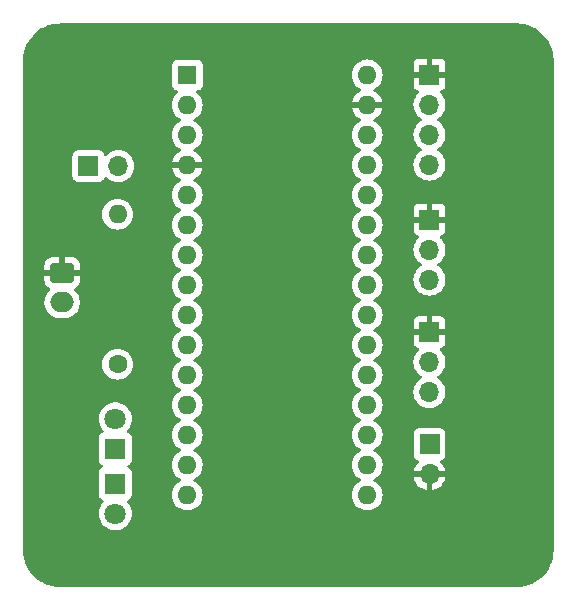
<source format=gbr>
%TF.GenerationSoftware,KiCad,Pcbnew,8.0.3*%
%TF.CreationDate,2024-09-13T10:49:28+02:00*%
%TF.ProjectId,pcb_robot,7063625f-726f-4626-9f74-2e6b69636164,rev?*%
%TF.SameCoordinates,Original*%
%TF.FileFunction,Copper,L2,Bot*%
%TF.FilePolarity,Positive*%
%FSLAX46Y46*%
G04 Gerber Fmt 4.6, Leading zero omitted, Abs format (unit mm)*
G04 Created by KiCad (PCBNEW 8.0.3) date 2024-09-13 10:49:28*
%MOMM*%
%LPD*%
G01*
G04 APERTURE LIST*
G04 Aperture macros list*
%AMRoundRect*
0 Rectangle with rounded corners*
0 $1 Rounding radius*
0 $2 $3 $4 $5 $6 $7 $8 $9 X,Y pos of 4 corners*
0 Add a 4 corners polygon primitive as box body*
4,1,4,$2,$3,$4,$5,$6,$7,$8,$9,$2,$3,0*
0 Add four circle primitives for the rounded corners*
1,1,$1+$1,$2,$3*
1,1,$1+$1,$4,$5*
1,1,$1+$1,$6,$7*
1,1,$1+$1,$8,$9*
0 Add four rect primitives between the rounded corners*
20,1,$1+$1,$2,$3,$4,$5,0*
20,1,$1+$1,$4,$5,$6,$7,0*
20,1,$1+$1,$6,$7,$8,$9,0*
20,1,$1+$1,$8,$9,$2,$3,0*%
G04 Aperture macros list end*
%TA.AperFunction,ComponentPad*%
%ADD10R,1.700000X1.700000*%
%TD*%
%TA.AperFunction,ComponentPad*%
%ADD11O,1.700000X1.700000*%
%TD*%
%TA.AperFunction,ComponentPad*%
%ADD12RoundRect,0.250000X-0.750000X0.600000X-0.750000X-0.600000X0.750000X-0.600000X0.750000X0.600000X0*%
%TD*%
%TA.AperFunction,ComponentPad*%
%ADD13O,2.000000X1.700000*%
%TD*%
%TA.AperFunction,ComponentPad*%
%ADD14C,1.800000*%
%TD*%
%TA.AperFunction,ComponentPad*%
%ADD15R,1.800000X1.800000*%
%TD*%
%TA.AperFunction,ComponentPad*%
%ADD16C,1.600000*%
%TD*%
%TA.AperFunction,ComponentPad*%
%ADD17O,1.600000X1.600000*%
%TD*%
%TA.AperFunction,ComponentPad*%
%ADD18R,1.600000X1.600000*%
%TD*%
G04 APERTURE END LIST*
D10*
%TO.P,J6,1,Pin_1*%
%TO.N,Net-(A1-D13)*%
X155503632Y-94025000D03*
D11*
%TO.P,J6,2,Pin_2*%
%TO.N,GND*%
X155503632Y-96565000D03*
%TD*%
%TO.P,J7,4,Pin_4*%
%TO.N,Net-(A1-D4)*%
X155500000Y-70345000D03*
%TO.P,J7,3,Pin_3*%
%TO.N,Net-(A1-D5)*%
X155500000Y-67805000D03*
%TO.P,J7,2,Pin_2*%
%TO.N,Net-(A1-+5V)*%
X155500000Y-65265000D03*
D10*
%TO.P,J7,1,Pin_1*%
%TO.N,GND*%
X155500000Y-62725000D03*
%TD*%
%TO.P,J4,1,Pin_1*%
%TO.N,Net-(A1-VIN)*%
X126625000Y-70475000D03*
D11*
%TO.P,J4,2,Pin_2*%
%TO.N,Net-(J4-Pin_2)*%
X129165000Y-70475000D03*
%TD*%
D10*
%TO.P,J3,1,Pin_1*%
%TO.N,GND*%
X155500000Y-75000000D03*
D11*
%TO.P,J3,2,Pin_2*%
%TO.N,Net-(A1-VIN)*%
X155500000Y-77540000D03*
%TO.P,J3,3,Pin_3*%
%TO.N,Net-(A1-A1)*%
X155500000Y-80080000D03*
%TD*%
D12*
%TO.P,J5,1,Pin_1*%
%TO.N,GND*%
X124400000Y-79500000D03*
D13*
%TO.P,J5,2,Pin_2*%
%TO.N,Net-(J5-Pin_2)*%
X124400000Y-82000000D03*
%TD*%
D14*
%TO.P,D1,2,A*%
%TO.N,Net-(A1-D10)*%
X128900000Y-91860000D03*
D15*
%TO.P,D1,1,K*%
%TO.N,Net-(D1-K)*%
X128900000Y-94400000D03*
%TD*%
D14*
%TO.P,D2,2,A*%
%TO.N,Net-(A1-D11)*%
X128900000Y-99890000D03*
D15*
%TO.P,D2,1,K*%
%TO.N,Net-(D1-K)*%
X128900000Y-97350000D03*
%TD*%
D16*
%TO.P,F1,1*%
%TO.N,Net-(J5-Pin_2)*%
X129100000Y-87250000D03*
D17*
%TO.P,F1,2*%
%TO.N,Net-(J4-Pin_2)*%
X129100000Y-74550000D03*
%TD*%
D11*
%TO.P,J2,3,Pin_3*%
%TO.N,Net-(A1-A0)*%
X155500000Y-89595000D03*
%TO.P,J2,2,Pin_2*%
%TO.N,Net-(A1-VIN)*%
X155500000Y-87055000D03*
D10*
%TO.P,J2,1,Pin_1*%
%TO.N,GND*%
X155500000Y-84515000D03*
%TD*%
D17*
%TO.P,A1,30,VIN*%
%TO.N,Net-(A1-VIN)*%
X150230000Y-62750000D03*
%TO.P,A1,29,GND*%
%TO.N,GND*%
X150230000Y-65290000D03*
%TO.P,A1,28,~{RESET}*%
%TO.N,unconnected-(A1-~{RESET}-Pad28)*%
X150230000Y-67830000D03*
%TO.P,A1,27,+5V*%
%TO.N,Net-(A1-+5V)*%
X150230000Y-70370000D03*
%TO.P,A1,26,A7*%
%TO.N,unconnected-(A1-A7-Pad26)*%
X150230000Y-72910000D03*
%TO.P,A1,25,A6*%
%TO.N,unconnected-(A1-A6-Pad25)*%
X150230000Y-75450000D03*
%TO.P,A1,24,A5*%
%TO.N,unconnected-(A1-A5-Pad24)*%
X150230000Y-77990000D03*
%TO.P,A1,23,A4*%
%TO.N,unconnected-(A1-A4-Pad23)*%
X150230000Y-80530000D03*
%TO.P,A1,22,A3*%
%TO.N,unconnected-(A1-A3-Pad22)*%
X150230000Y-83070000D03*
%TO.P,A1,21,A2*%
%TO.N,unconnected-(A1-A2-Pad21)*%
X150230000Y-85610000D03*
%TO.P,A1,20,A1*%
%TO.N,Net-(A1-A1)*%
X150230000Y-88150000D03*
%TO.P,A1,19,A0*%
%TO.N,Net-(A1-A0)*%
X150230000Y-90690000D03*
%TO.P,A1,18,AREF*%
%TO.N,unconnected-(A1-AREF-Pad18)*%
X150230000Y-93230000D03*
%TO.P,A1,17,3V3*%
%TO.N,unconnected-(A1-3V3-Pad17)*%
X150230000Y-95770000D03*
%TO.P,A1,16,D13*%
%TO.N,Net-(A1-D13)*%
X150230000Y-98310000D03*
%TO.P,A1,15,D12*%
%TO.N,unconnected-(A1-D12-Pad15)*%
X134990000Y-98310000D03*
%TO.P,A1,14,D11*%
%TO.N,Net-(A1-D11)*%
X134990000Y-95770000D03*
%TO.P,A1,13,D10*%
%TO.N,Net-(A1-D10)*%
X134990000Y-93230000D03*
%TO.P,A1,12,D9*%
%TO.N,unconnected-(A1-D9-Pad12)*%
X134990000Y-90690000D03*
%TO.P,A1,11,D8*%
%TO.N,unconnected-(A1-D8-Pad11)*%
X134990000Y-88150000D03*
%TO.P,A1,10,D7*%
%TO.N,unconnected-(A1-D7-Pad10)*%
X134990000Y-85610000D03*
%TO.P,A1,9,D6*%
%TO.N,unconnected-(A1-D6-Pad9)*%
X134990000Y-83070000D03*
%TO.P,A1,8,D5*%
%TO.N,Net-(A1-D5)*%
X134990000Y-80530000D03*
%TO.P,A1,7,D4*%
%TO.N,Net-(A1-D4)*%
X134990000Y-77990000D03*
%TO.P,A1,6,D3*%
%TO.N,unconnected-(A1-D3-Pad6)*%
X134990000Y-75450000D03*
%TO.P,A1,5,D2*%
%TO.N,unconnected-(A1-D2-Pad5)*%
X134990000Y-72910000D03*
%TO.P,A1,4,GND*%
%TO.N,GND*%
X134990000Y-70370000D03*
%TO.P,A1,3,~{RESET}*%
%TO.N,unconnected-(A1-~{RESET}-Pad3)*%
X134990000Y-67830000D03*
%TO.P,A1,2,D0/RX*%
%TO.N,unconnected-(A1-D0{slash}RX-Pad2)*%
X134990000Y-65290000D03*
D18*
%TO.P,A1,1,D1/TX*%
%TO.N,unconnected-(A1-D1{slash}TX-Pad1)*%
X134990000Y-62750000D03*
%TD*%
%TA.AperFunction,Conductor*%
%TO.N,GND*%
G36*
X162903243Y-58395118D02*
G01*
X163218079Y-58411619D01*
X163230987Y-58412976D01*
X163539169Y-58461787D01*
X163551830Y-58464477D01*
X163853250Y-58545242D01*
X163865571Y-58549246D01*
X164156881Y-58661070D01*
X164168717Y-58666339D01*
X164446753Y-58808005D01*
X164457959Y-58814475D01*
X164719660Y-58984426D01*
X164730150Y-58992048D01*
X164972638Y-59188410D01*
X164982283Y-59197095D01*
X165202904Y-59417716D01*
X165211589Y-59427361D01*
X165407956Y-59669854D01*
X165415575Y-59680343D01*
X165585515Y-59942027D01*
X165592001Y-59953260D01*
X165733655Y-60231272D01*
X165738934Y-60243129D01*
X165850750Y-60534419D01*
X165854760Y-60546761D01*
X165858016Y-60558913D01*
X165935517Y-60848149D01*
X165938215Y-60860845D01*
X165987023Y-61169012D01*
X165988380Y-61181920D01*
X166004881Y-61496756D01*
X166005051Y-61503246D01*
X166005051Y-102996753D01*
X166004881Y-103003243D01*
X165988380Y-103318079D01*
X165987023Y-103330987D01*
X165938215Y-103639154D01*
X165935517Y-103651850D01*
X165854761Y-103953236D01*
X165850750Y-103965580D01*
X165738934Y-104256870D01*
X165733655Y-104268727D01*
X165592001Y-104546740D01*
X165585515Y-104557973D01*
X165585506Y-104557988D01*
X165415580Y-104819650D01*
X165407951Y-104830150D01*
X165211589Y-105072638D01*
X165202904Y-105082283D01*
X164982283Y-105302904D01*
X164972638Y-105311589D01*
X164730150Y-105507951D01*
X164719650Y-105515580D01*
X164457973Y-105685515D01*
X164446740Y-105692001D01*
X164168727Y-105833655D01*
X164156870Y-105838934D01*
X163865580Y-105950750D01*
X163853236Y-105954761D01*
X163551850Y-106035517D01*
X163539154Y-106038215D01*
X163230987Y-106087023D01*
X163218079Y-106088380D01*
X162903244Y-106104881D01*
X162896754Y-106105051D01*
X124279046Y-106105051D01*
X124279030Y-106105050D01*
X124208786Y-106105050D01*
X124202298Y-106104880D01*
X123887469Y-106088385D01*
X123874561Y-106087029D01*
X123566374Y-106038221D01*
X123553678Y-106035522D01*
X123252294Y-105954771D01*
X123239950Y-105950760D01*
X122948661Y-105838948D01*
X122936803Y-105833669D01*
X122936776Y-105833655D01*
X122658784Y-105692015D01*
X122647566Y-105685539D01*
X122385866Y-105515593D01*
X122375369Y-105507966D01*
X122132879Y-105311604D01*
X122123234Y-105302919D01*
X121902609Y-105082298D01*
X121893923Y-105072652D01*
X121697561Y-104830168D01*
X121689932Y-104819668D01*
X121689920Y-104819650D01*
X121519989Y-104557981D01*
X121513503Y-104546747D01*
X121371844Y-104268727D01*
X121366574Y-104256892D01*
X121254751Y-103965584D01*
X121250742Y-103953246D01*
X121250739Y-103953236D01*
X121169981Y-103651847D01*
X121167285Y-103639157D01*
X121155996Y-103567883D01*
X121118476Y-103330987D01*
X121117119Y-103318082D01*
X121100670Y-103004216D01*
X121100500Y-102997726D01*
X121100500Y-91859993D01*
X127494700Y-91859993D01*
X127494700Y-91860006D01*
X127513864Y-92091297D01*
X127513866Y-92091308D01*
X127570842Y-92316300D01*
X127664075Y-92528848D01*
X127791016Y-92723147D01*
X127791019Y-92723151D01*
X127791021Y-92723153D01*
X127885803Y-92826114D01*
X127916724Y-92888767D01*
X127908864Y-92958193D01*
X127864716Y-93012348D01*
X127837906Y-93026277D01*
X127757669Y-93056203D01*
X127757664Y-93056206D01*
X127642455Y-93142452D01*
X127642452Y-93142455D01*
X127556206Y-93257664D01*
X127556202Y-93257671D01*
X127505908Y-93392517D01*
X127499501Y-93452116D01*
X127499501Y-93452123D01*
X127499500Y-93452135D01*
X127499500Y-95347870D01*
X127499501Y-95347876D01*
X127505908Y-95407483D01*
X127556202Y-95542328D01*
X127556206Y-95542335D01*
X127642452Y-95657544D01*
X127642455Y-95657547D01*
X127757664Y-95743793D01*
X127757671Y-95743797D01*
X127797944Y-95758818D01*
X127853878Y-95800689D01*
X127878295Y-95866153D01*
X127863443Y-95934426D01*
X127814038Y-95983832D01*
X127797944Y-95991182D01*
X127757671Y-96006202D01*
X127757664Y-96006206D01*
X127642455Y-96092452D01*
X127642452Y-96092455D01*
X127556206Y-96207664D01*
X127556202Y-96207671D01*
X127505908Y-96342517D01*
X127502738Y-96372007D01*
X127499501Y-96402123D01*
X127499500Y-96402135D01*
X127499500Y-98297870D01*
X127499501Y-98297876D01*
X127505908Y-98357483D01*
X127556202Y-98492328D01*
X127556206Y-98492335D01*
X127642452Y-98607544D01*
X127642455Y-98607547D01*
X127757664Y-98693793D01*
X127757673Y-98693798D01*
X127837904Y-98723722D01*
X127893838Y-98765593D01*
X127918256Y-98831057D01*
X127903405Y-98899330D01*
X127885802Y-98923886D01*
X127791019Y-99026849D01*
X127664075Y-99221151D01*
X127570842Y-99433699D01*
X127513866Y-99658691D01*
X127513864Y-99658702D01*
X127494700Y-99889993D01*
X127494700Y-99890006D01*
X127513864Y-100121297D01*
X127513866Y-100121308D01*
X127570842Y-100346300D01*
X127664075Y-100558848D01*
X127791016Y-100753147D01*
X127791019Y-100753151D01*
X127791021Y-100753153D01*
X127948216Y-100923913D01*
X127948219Y-100923915D01*
X127948222Y-100923918D01*
X128131365Y-101066464D01*
X128131371Y-101066468D01*
X128131374Y-101066470D01*
X128335497Y-101176936D01*
X128449487Y-101216068D01*
X128555015Y-101252297D01*
X128555017Y-101252297D01*
X128555019Y-101252298D01*
X128783951Y-101290500D01*
X128783952Y-101290500D01*
X129016048Y-101290500D01*
X129016049Y-101290500D01*
X129244981Y-101252298D01*
X129464503Y-101176936D01*
X129668626Y-101066470D01*
X129851784Y-100923913D01*
X130008979Y-100753153D01*
X130135924Y-100558849D01*
X130229157Y-100346300D01*
X130286134Y-100121305D01*
X130305300Y-99890000D01*
X130305300Y-99889993D01*
X130286135Y-99658702D01*
X130286133Y-99658691D01*
X130229157Y-99433699D01*
X130135924Y-99221151D01*
X130008983Y-99026852D01*
X130008980Y-99026849D01*
X130008979Y-99026847D01*
X129914195Y-98923884D01*
X129883275Y-98861232D01*
X129891135Y-98791806D01*
X129935283Y-98737651D01*
X129962095Y-98723722D01*
X130042326Y-98693798D01*
X130042326Y-98693797D01*
X130042331Y-98693796D01*
X130157546Y-98607546D01*
X130243796Y-98492331D01*
X130294091Y-98357483D01*
X130300500Y-98297873D01*
X130300499Y-96402128D01*
X130294091Y-96342517D01*
X130283827Y-96314999D01*
X130243797Y-96207671D01*
X130243793Y-96207664D01*
X130157547Y-96092455D01*
X130157544Y-96092452D01*
X130042335Y-96006206D01*
X130042326Y-96006201D01*
X130002056Y-95991182D01*
X129946122Y-95949312D01*
X129921704Y-95883847D01*
X129936555Y-95815574D01*
X129985960Y-95766168D01*
X130002056Y-95758818D01*
X130042326Y-95743798D01*
X130042326Y-95743797D01*
X130042331Y-95743796D01*
X130157546Y-95657546D01*
X130243796Y-95542331D01*
X130294091Y-95407483D01*
X130300500Y-95347873D01*
X130300499Y-93452128D01*
X130294091Y-93392517D01*
X130243796Y-93257669D01*
X130243795Y-93257668D01*
X130243793Y-93257664D01*
X130157547Y-93142455D01*
X130157544Y-93142452D01*
X130042335Y-93056206D01*
X130042328Y-93056202D01*
X129962094Y-93026277D01*
X129906160Y-92984406D01*
X129881743Y-92918941D01*
X129896595Y-92850668D01*
X129914190Y-92826121D01*
X130008979Y-92723153D01*
X130135924Y-92528849D01*
X130229157Y-92316300D01*
X130286134Y-92091305D01*
X130291528Y-92026210D01*
X130305300Y-91860006D01*
X130305300Y-91859993D01*
X130286135Y-91628702D01*
X130286133Y-91628691D01*
X130229157Y-91403699D01*
X130135924Y-91191151D01*
X130008983Y-90996852D01*
X130008980Y-90996849D01*
X130008979Y-90996847D01*
X129851784Y-90826087D01*
X129851779Y-90826083D01*
X129851777Y-90826081D01*
X129668634Y-90683535D01*
X129668628Y-90683531D01*
X129464504Y-90573064D01*
X129464495Y-90573061D01*
X129244984Y-90497702D01*
X129057368Y-90466395D01*
X129016049Y-90459500D01*
X128783951Y-90459500D01*
X128761167Y-90463302D01*
X128555015Y-90497702D01*
X128335504Y-90573061D01*
X128335495Y-90573064D01*
X128131371Y-90683531D01*
X128131365Y-90683535D01*
X127948222Y-90826081D01*
X127948219Y-90826084D01*
X127791016Y-90996852D01*
X127664075Y-91191151D01*
X127570842Y-91403699D01*
X127513866Y-91628691D01*
X127513864Y-91628702D01*
X127494700Y-91859993D01*
X121100500Y-91859993D01*
X121100500Y-87249998D01*
X127794532Y-87249998D01*
X127794532Y-87250001D01*
X127814364Y-87476686D01*
X127814366Y-87476697D01*
X127873258Y-87696488D01*
X127873261Y-87696497D01*
X127969431Y-87902732D01*
X127969432Y-87902734D01*
X128099954Y-88089141D01*
X128260858Y-88250045D01*
X128260861Y-88250047D01*
X128447266Y-88380568D01*
X128653504Y-88476739D01*
X128873308Y-88535635D01*
X129035230Y-88549801D01*
X129099998Y-88555468D01*
X129100000Y-88555468D01*
X129100002Y-88555468D01*
X129156673Y-88550509D01*
X129326692Y-88535635D01*
X129546496Y-88476739D01*
X129752734Y-88380568D01*
X129939139Y-88250047D01*
X130100047Y-88089139D01*
X130230568Y-87902734D01*
X130326739Y-87696496D01*
X130385635Y-87476692D01*
X130405468Y-87250000D01*
X130385635Y-87023308D01*
X130326739Y-86803504D01*
X130230568Y-86597266D01*
X130100047Y-86410861D01*
X130100045Y-86410858D01*
X129939141Y-86249954D01*
X129752734Y-86119432D01*
X129752732Y-86119431D01*
X129546497Y-86023261D01*
X129546488Y-86023258D01*
X129326697Y-85964366D01*
X129326693Y-85964365D01*
X129326692Y-85964365D01*
X129326691Y-85964364D01*
X129326686Y-85964364D01*
X129100002Y-85944532D01*
X129099998Y-85944532D01*
X128873313Y-85964364D01*
X128873302Y-85964366D01*
X128653511Y-86023258D01*
X128653502Y-86023261D01*
X128447267Y-86119431D01*
X128447265Y-86119432D01*
X128260858Y-86249954D01*
X128099954Y-86410858D01*
X127969432Y-86597265D01*
X127969431Y-86597267D01*
X127873261Y-86803502D01*
X127873258Y-86803511D01*
X127814366Y-87023302D01*
X127814364Y-87023313D01*
X127794532Y-87249998D01*
X121100500Y-87249998D01*
X121100500Y-81893713D01*
X122899500Y-81893713D01*
X122899500Y-82106287D01*
X122932754Y-82316243D01*
X122965578Y-82417265D01*
X122998444Y-82518414D01*
X123094951Y-82707820D01*
X123219890Y-82879786D01*
X123370213Y-83030109D01*
X123542179Y-83155048D01*
X123542181Y-83155049D01*
X123542184Y-83155051D01*
X123731588Y-83251557D01*
X123933757Y-83317246D01*
X124143713Y-83350500D01*
X124143714Y-83350500D01*
X124656286Y-83350500D01*
X124656287Y-83350500D01*
X124866243Y-83317246D01*
X125068412Y-83251557D01*
X125257816Y-83155051D01*
X125279789Y-83139086D01*
X125429786Y-83030109D01*
X125429788Y-83030106D01*
X125429792Y-83030104D01*
X125580104Y-82879792D01*
X125580106Y-82879788D01*
X125580109Y-82879786D01*
X125705048Y-82707820D01*
X125705047Y-82707820D01*
X125705051Y-82707816D01*
X125801557Y-82518412D01*
X125867246Y-82316243D01*
X125900500Y-82106287D01*
X125900500Y-81893713D01*
X125867246Y-81683757D01*
X125801557Y-81481588D01*
X125705051Y-81292184D01*
X125705049Y-81292181D01*
X125705048Y-81292179D01*
X125580109Y-81120213D01*
X125440931Y-80981035D01*
X125407446Y-80919712D01*
X125412430Y-80850020D01*
X125454302Y-80794087D01*
X125463516Y-80787815D01*
X125618343Y-80692317D01*
X125742315Y-80568345D01*
X125834356Y-80419124D01*
X125834358Y-80419119D01*
X125889505Y-80252697D01*
X125889506Y-80252690D01*
X125899999Y-80149986D01*
X125900000Y-80149973D01*
X125900000Y-79750000D01*
X124833012Y-79750000D01*
X124865925Y-79692993D01*
X124900000Y-79565826D01*
X124900000Y-79434174D01*
X124865925Y-79307007D01*
X124833012Y-79250000D01*
X125899999Y-79250000D01*
X125899999Y-78850028D01*
X125899998Y-78850013D01*
X125889505Y-78747302D01*
X125834358Y-78580880D01*
X125834356Y-78580875D01*
X125742315Y-78431654D01*
X125618345Y-78307684D01*
X125469124Y-78215643D01*
X125469119Y-78215641D01*
X125302697Y-78160494D01*
X125302690Y-78160493D01*
X125199986Y-78150000D01*
X124650000Y-78150000D01*
X124650000Y-79066988D01*
X124592993Y-79034075D01*
X124465826Y-79000000D01*
X124334174Y-79000000D01*
X124207007Y-79034075D01*
X124150000Y-79066988D01*
X124150000Y-78150000D01*
X123600028Y-78150000D01*
X123600012Y-78150001D01*
X123497302Y-78160494D01*
X123330880Y-78215641D01*
X123330875Y-78215643D01*
X123181654Y-78307684D01*
X123057684Y-78431654D01*
X122965643Y-78580875D01*
X122965641Y-78580880D01*
X122910494Y-78747302D01*
X122910493Y-78747309D01*
X122900000Y-78850013D01*
X122900000Y-79250000D01*
X123966988Y-79250000D01*
X123934075Y-79307007D01*
X123900000Y-79434174D01*
X123900000Y-79565826D01*
X123934075Y-79692993D01*
X123966988Y-79750000D01*
X122900001Y-79750000D01*
X122900001Y-80149986D01*
X122910494Y-80252697D01*
X122965641Y-80419119D01*
X122965643Y-80419124D01*
X123057684Y-80568345D01*
X123181654Y-80692315D01*
X123336484Y-80787815D01*
X123383208Y-80839763D01*
X123394431Y-80908726D01*
X123366587Y-80972808D01*
X123359069Y-80981035D01*
X123219889Y-81120215D01*
X123094951Y-81292179D01*
X122998444Y-81481585D01*
X122932753Y-81683760D01*
X122914498Y-81799017D01*
X122899500Y-81893713D01*
X121100500Y-81893713D01*
X121100500Y-74549998D01*
X127794532Y-74549998D01*
X127794532Y-74550001D01*
X127814364Y-74776686D01*
X127814366Y-74776697D01*
X127873258Y-74996488D01*
X127873261Y-74996497D01*
X127969431Y-75202732D01*
X127969432Y-75202734D01*
X128099954Y-75389141D01*
X128260858Y-75550045D01*
X128260861Y-75550047D01*
X128447266Y-75680568D01*
X128653504Y-75776739D01*
X128873308Y-75835635D01*
X129035230Y-75849801D01*
X129099998Y-75855468D01*
X129100000Y-75855468D01*
X129100002Y-75855468D01*
X129156673Y-75850509D01*
X129326692Y-75835635D01*
X129546496Y-75776739D01*
X129752734Y-75680568D01*
X129939139Y-75550047D01*
X130100047Y-75389139D01*
X130230568Y-75202734D01*
X130326739Y-74996496D01*
X130385635Y-74776692D01*
X130405468Y-74550000D01*
X130385635Y-74323308D01*
X130326739Y-74103504D01*
X130230568Y-73897266D01*
X130100047Y-73710861D01*
X130100045Y-73710858D01*
X129939141Y-73549954D01*
X129752734Y-73419432D01*
X129752732Y-73419431D01*
X129546497Y-73323261D01*
X129546488Y-73323258D01*
X129326697Y-73264366D01*
X129326693Y-73264365D01*
X129326692Y-73264365D01*
X129326691Y-73264364D01*
X129326686Y-73264364D01*
X129100002Y-73244532D01*
X129099998Y-73244532D01*
X128873313Y-73264364D01*
X128873302Y-73264366D01*
X128653511Y-73323258D01*
X128653502Y-73323261D01*
X128447267Y-73419431D01*
X128447265Y-73419432D01*
X128260858Y-73549954D01*
X128099954Y-73710858D01*
X127969432Y-73897265D01*
X127969431Y-73897267D01*
X127873261Y-74103502D01*
X127873258Y-74103511D01*
X127814366Y-74323302D01*
X127814364Y-74323313D01*
X127794532Y-74549998D01*
X121100500Y-74549998D01*
X121100500Y-69577135D01*
X125274500Y-69577135D01*
X125274500Y-71372870D01*
X125274501Y-71372876D01*
X125280908Y-71432483D01*
X125331202Y-71567328D01*
X125331206Y-71567335D01*
X125417452Y-71682544D01*
X125417455Y-71682547D01*
X125532664Y-71768793D01*
X125532671Y-71768797D01*
X125667517Y-71819091D01*
X125667516Y-71819091D01*
X125674444Y-71819835D01*
X125727127Y-71825500D01*
X127522872Y-71825499D01*
X127582483Y-71819091D01*
X127717331Y-71768796D01*
X127832546Y-71682546D01*
X127918796Y-71567331D01*
X127967810Y-71435916D01*
X128009681Y-71379984D01*
X128075145Y-71355566D01*
X128143418Y-71370417D01*
X128171673Y-71391569D01*
X128293599Y-71513495D01*
X128376951Y-71571859D01*
X128487165Y-71649032D01*
X128487167Y-71649033D01*
X128487170Y-71649035D01*
X128701337Y-71748903D01*
X128929592Y-71810063D01*
X129106034Y-71825500D01*
X129164999Y-71830659D01*
X129165000Y-71830659D01*
X129165001Y-71830659D01*
X129223966Y-71825500D01*
X129400408Y-71810063D01*
X129628663Y-71748903D01*
X129842830Y-71649035D01*
X130036401Y-71513495D01*
X130203495Y-71346401D01*
X130339035Y-71152830D01*
X130438903Y-70938663D01*
X130500063Y-70710408D01*
X130520659Y-70475000D01*
X130500063Y-70239592D01*
X130438903Y-70011337D01*
X130339035Y-69797171D01*
X130283086Y-69717266D01*
X130203494Y-69603597D01*
X130036402Y-69436506D01*
X130036395Y-69436501D01*
X129842834Y-69300967D01*
X129842830Y-69300965D01*
X129842828Y-69300964D01*
X129628663Y-69201097D01*
X129628659Y-69201096D01*
X129628655Y-69201094D01*
X129400413Y-69139938D01*
X129400403Y-69139936D01*
X129165001Y-69119341D01*
X129164999Y-69119341D01*
X128929596Y-69139936D01*
X128929586Y-69139938D01*
X128701344Y-69201094D01*
X128701335Y-69201098D01*
X128487171Y-69300964D01*
X128487169Y-69300965D01*
X128293600Y-69436503D01*
X128171673Y-69558430D01*
X128110350Y-69591914D01*
X128040658Y-69586930D01*
X127984725Y-69545058D01*
X127967810Y-69514081D01*
X127918797Y-69382671D01*
X127918793Y-69382664D01*
X127832547Y-69267455D01*
X127832544Y-69267452D01*
X127717335Y-69181206D01*
X127717328Y-69181202D01*
X127582482Y-69130908D01*
X127582483Y-69130908D01*
X127522883Y-69124501D01*
X127522881Y-69124500D01*
X127522873Y-69124500D01*
X127522864Y-69124500D01*
X125727129Y-69124500D01*
X125727123Y-69124501D01*
X125667516Y-69130908D01*
X125532671Y-69181202D01*
X125532664Y-69181206D01*
X125417455Y-69267452D01*
X125417452Y-69267455D01*
X125331206Y-69382664D01*
X125331202Y-69382671D01*
X125280908Y-69517517D01*
X125274501Y-69577116D01*
X125274500Y-69577135D01*
X121100500Y-69577135D01*
X121100500Y-65289998D01*
X133684532Y-65289998D01*
X133684532Y-65290001D01*
X133704364Y-65516686D01*
X133704366Y-65516697D01*
X133763258Y-65736488D01*
X133763261Y-65736497D01*
X133859431Y-65942732D01*
X133859432Y-65942734D01*
X133989954Y-66129141D01*
X134150858Y-66290045D01*
X134150861Y-66290047D01*
X134337266Y-66420568D01*
X134394681Y-66447341D01*
X134395275Y-66447618D01*
X134447714Y-66493791D01*
X134466866Y-66560984D01*
X134446650Y-66627865D01*
X134395275Y-66672382D01*
X134337267Y-66699431D01*
X134337265Y-66699432D01*
X134150858Y-66829954D01*
X133989954Y-66990858D01*
X133859432Y-67177265D01*
X133859431Y-67177267D01*
X133763261Y-67383502D01*
X133763258Y-67383511D01*
X133704366Y-67603302D01*
X133704364Y-67603313D01*
X133684532Y-67829998D01*
X133684532Y-67830001D01*
X133704364Y-68056686D01*
X133704366Y-68056697D01*
X133763258Y-68276488D01*
X133763261Y-68276497D01*
X133859431Y-68482732D01*
X133859432Y-68482734D01*
X133989954Y-68669141D01*
X134150858Y-68830045D01*
X134150861Y-68830047D01*
X134337266Y-68960568D01*
X134395865Y-68987893D01*
X134448305Y-69034065D01*
X134467457Y-69101258D01*
X134447242Y-69168139D01*
X134395867Y-69212657D01*
X134337515Y-69239867D01*
X134151179Y-69370342D01*
X133990342Y-69531179D01*
X133859865Y-69717517D01*
X133763734Y-69923673D01*
X133763730Y-69923682D01*
X133711127Y-70119999D01*
X133711128Y-70120000D01*
X134556988Y-70120000D01*
X134524075Y-70177007D01*
X134490000Y-70304174D01*
X134490000Y-70435826D01*
X134524075Y-70562993D01*
X134556988Y-70620000D01*
X133711128Y-70620000D01*
X133763730Y-70816317D01*
X133763734Y-70816326D01*
X133859865Y-71022482D01*
X133990342Y-71208820D01*
X134151179Y-71369657D01*
X134337518Y-71500134D01*
X134337520Y-71500135D01*
X134395865Y-71527342D01*
X134448305Y-71573514D01*
X134467457Y-71640707D01*
X134447242Y-71707589D01*
X134395867Y-71752105D01*
X134337268Y-71779431D01*
X134337264Y-71779433D01*
X134150858Y-71909954D01*
X133989954Y-72070858D01*
X133859432Y-72257265D01*
X133859431Y-72257267D01*
X133763261Y-72463502D01*
X133763258Y-72463511D01*
X133704366Y-72683302D01*
X133704364Y-72683313D01*
X133684532Y-72909998D01*
X133684532Y-72910001D01*
X133704364Y-73136686D01*
X133704366Y-73136697D01*
X133763258Y-73356488D01*
X133763261Y-73356497D01*
X133859431Y-73562732D01*
X133859432Y-73562734D01*
X133989954Y-73749141D01*
X134150858Y-73910045D01*
X134150861Y-73910047D01*
X134337266Y-74040568D01*
X134341682Y-74042627D01*
X134395275Y-74067618D01*
X134447714Y-74113791D01*
X134466866Y-74180984D01*
X134446650Y-74247865D01*
X134395275Y-74292382D01*
X134337267Y-74319431D01*
X134337265Y-74319432D01*
X134150858Y-74449954D01*
X133989954Y-74610858D01*
X133859432Y-74797265D01*
X133859431Y-74797267D01*
X133763261Y-75003502D01*
X133763258Y-75003511D01*
X133704366Y-75223302D01*
X133704364Y-75223313D01*
X133684532Y-75449998D01*
X133684532Y-75450001D01*
X133704364Y-75676686D01*
X133704366Y-75676697D01*
X133763258Y-75896488D01*
X133763261Y-75896497D01*
X133859431Y-76102732D01*
X133859432Y-76102734D01*
X133989954Y-76289141D01*
X134150858Y-76450045D01*
X134150861Y-76450047D01*
X134337266Y-76580568D01*
X134395275Y-76607618D01*
X134447714Y-76653791D01*
X134466866Y-76720984D01*
X134446650Y-76787865D01*
X134395275Y-76832382D01*
X134337267Y-76859431D01*
X134337265Y-76859432D01*
X134150858Y-76989954D01*
X133989954Y-77150858D01*
X133859432Y-77337265D01*
X133859431Y-77337267D01*
X133763261Y-77543502D01*
X133763258Y-77543511D01*
X133704366Y-77763302D01*
X133704364Y-77763313D01*
X133684532Y-77989998D01*
X133684532Y-77990001D01*
X133704364Y-78216686D01*
X133704366Y-78216697D01*
X133763258Y-78436488D01*
X133763261Y-78436497D01*
X133859431Y-78642732D01*
X133859432Y-78642734D01*
X133989954Y-78829141D01*
X134150858Y-78990045D01*
X134150861Y-78990047D01*
X134337266Y-79120568D01*
X134395275Y-79147618D01*
X134447714Y-79193791D01*
X134466866Y-79260984D01*
X134446650Y-79327865D01*
X134395275Y-79372382D01*
X134337267Y-79399431D01*
X134337265Y-79399432D01*
X134150858Y-79529954D01*
X133989954Y-79690858D01*
X133859432Y-79877265D01*
X133859431Y-79877267D01*
X133763261Y-80083502D01*
X133763258Y-80083511D01*
X133704366Y-80303302D01*
X133704364Y-80303313D01*
X133684532Y-80529998D01*
X133684532Y-80530001D01*
X133704364Y-80756686D01*
X133704366Y-80756697D01*
X133763258Y-80976488D01*
X133763261Y-80976497D01*
X133859431Y-81182732D01*
X133859432Y-81182734D01*
X133989954Y-81369141D01*
X134150858Y-81530045D01*
X134150861Y-81530047D01*
X134337266Y-81660568D01*
X134395275Y-81687618D01*
X134447714Y-81733791D01*
X134466866Y-81800984D01*
X134446650Y-81867865D01*
X134395275Y-81912382D01*
X134337267Y-81939431D01*
X134337265Y-81939432D01*
X134150858Y-82069954D01*
X133989954Y-82230858D01*
X133859432Y-82417265D01*
X133859431Y-82417267D01*
X133763261Y-82623502D01*
X133763258Y-82623511D01*
X133704366Y-82843302D01*
X133704364Y-82843313D01*
X133684532Y-83069998D01*
X133684532Y-83070001D01*
X133704364Y-83296686D01*
X133704366Y-83296697D01*
X133763258Y-83516488D01*
X133763261Y-83516497D01*
X133859431Y-83722732D01*
X133859432Y-83722734D01*
X133989954Y-83909141D01*
X134150858Y-84070045D01*
X134150861Y-84070047D01*
X134337266Y-84200568D01*
X134395275Y-84227618D01*
X134447714Y-84273791D01*
X134466866Y-84340984D01*
X134446650Y-84407865D01*
X134395275Y-84452382D01*
X134337267Y-84479431D01*
X134337265Y-84479432D01*
X134150858Y-84609954D01*
X133989954Y-84770858D01*
X133859432Y-84957265D01*
X133859431Y-84957267D01*
X133763261Y-85163502D01*
X133763258Y-85163511D01*
X133704366Y-85383302D01*
X133704364Y-85383313D01*
X133684532Y-85609998D01*
X133684532Y-85610001D01*
X133704364Y-85836686D01*
X133704366Y-85836697D01*
X133763258Y-86056488D01*
X133763261Y-86056497D01*
X133859431Y-86262732D01*
X133859432Y-86262734D01*
X133989954Y-86449141D01*
X134150858Y-86610045D01*
X134150861Y-86610047D01*
X134337266Y-86740568D01*
X134395275Y-86767618D01*
X134447714Y-86813791D01*
X134466866Y-86880984D01*
X134446650Y-86947865D01*
X134395275Y-86992382D01*
X134337267Y-87019431D01*
X134337265Y-87019432D01*
X134150858Y-87149954D01*
X133989954Y-87310858D01*
X133859432Y-87497265D01*
X133859431Y-87497267D01*
X133763261Y-87703502D01*
X133763258Y-87703511D01*
X133704366Y-87923302D01*
X133704364Y-87923313D01*
X133684532Y-88149998D01*
X133684532Y-88150001D01*
X133704364Y-88376686D01*
X133704366Y-88376697D01*
X133763258Y-88596488D01*
X133763261Y-88596497D01*
X133859431Y-88802732D01*
X133859432Y-88802734D01*
X133989954Y-88989141D01*
X134150858Y-89150045D01*
X134150861Y-89150047D01*
X134337266Y-89280568D01*
X134395275Y-89307618D01*
X134447714Y-89353791D01*
X134466866Y-89420984D01*
X134446650Y-89487865D01*
X134395275Y-89532382D01*
X134337267Y-89559431D01*
X134337265Y-89559432D01*
X134150858Y-89689954D01*
X133989954Y-89850858D01*
X133859432Y-90037265D01*
X133859431Y-90037267D01*
X133763261Y-90243502D01*
X133763258Y-90243511D01*
X133704366Y-90463302D01*
X133704364Y-90463313D01*
X133684532Y-90689998D01*
X133684532Y-90690001D01*
X133704364Y-90916686D01*
X133704366Y-90916697D01*
X133763258Y-91136488D01*
X133763261Y-91136497D01*
X133859431Y-91342732D01*
X133859432Y-91342734D01*
X133989954Y-91529141D01*
X134150858Y-91690045D01*
X134150861Y-91690047D01*
X134337266Y-91820568D01*
X134395275Y-91847618D01*
X134447714Y-91893791D01*
X134466866Y-91960984D01*
X134446650Y-92027865D01*
X134395275Y-92072382D01*
X134337267Y-92099431D01*
X134337265Y-92099432D01*
X134150858Y-92229954D01*
X133989954Y-92390858D01*
X133859432Y-92577265D01*
X133859431Y-92577267D01*
X133763261Y-92783502D01*
X133763258Y-92783511D01*
X133704366Y-93003302D01*
X133704364Y-93003313D01*
X133684532Y-93229998D01*
X133684532Y-93230001D01*
X133704364Y-93456686D01*
X133704366Y-93456697D01*
X133763258Y-93676488D01*
X133763261Y-93676497D01*
X133859431Y-93882732D01*
X133859432Y-93882734D01*
X133989954Y-94069141D01*
X134150858Y-94230045D01*
X134150861Y-94230047D01*
X134337266Y-94360568D01*
X134395275Y-94387618D01*
X134447714Y-94433791D01*
X134466866Y-94500984D01*
X134446650Y-94567865D01*
X134395275Y-94612382D01*
X134337267Y-94639431D01*
X134337265Y-94639432D01*
X134150858Y-94769954D01*
X133989954Y-94930858D01*
X133859432Y-95117265D01*
X133859431Y-95117267D01*
X133763261Y-95323502D01*
X133763258Y-95323511D01*
X133704366Y-95543302D01*
X133704364Y-95543313D01*
X133684532Y-95769998D01*
X133684532Y-95770001D01*
X133704364Y-95996686D01*
X133704366Y-95996697D01*
X133763258Y-96216488D01*
X133763261Y-96216497D01*
X133859431Y-96422732D01*
X133859432Y-96422734D01*
X133989954Y-96609141D01*
X134150858Y-96770045D01*
X134150861Y-96770047D01*
X134337266Y-96900568D01*
X134395275Y-96927618D01*
X134447714Y-96973791D01*
X134466866Y-97040984D01*
X134446650Y-97107865D01*
X134395275Y-97152382D01*
X134337267Y-97179431D01*
X134337265Y-97179432D01*
X134150858Y-97309954D01*
X133989954Y-97470858D01*
X133859432Y-97657265D01*
X133859431Y-97657267D01*
X133763261Y-97863502D01*
X133763258Y-97863511D01*
X133704366Y-98083302D01*
X133704364Y-98083313D01*
X133684532Y-98309998D01*
X133684532Y-98310001D01*
X133704364Y-98536686D01*
X133704366Y-98536697D01*
X133763258Y-98756488D01*
X133763261Y-98756497D01*
X133859431Y-98962732D01*
X133859432Y-98962734D01*
X133989954Y-99149141D01*
X134150858Y-99310045D01*
X134150861Y-99310047D01*
X134337266Y-99440568D01*
X134543504Y-99536739D01*
X134763308Y-99595635D01*
X134925230Y-99609801D01*
X134989998Y-99615468D01*
X134990000Y-99615468D01*
X134990002Y-99615468D01*
X135046673Y-99610509D01*
X135216692Y-99595635D01*
X135436496Y-99536739D01*
X135642734Y-99440568D01*
X135829139Y-99310047D01*
X135990047Y-99149139D01*
X136120568Y-98962734D01*
X136216739Y-98756496D01*
X136275635Y-98536692D01*
X136295468Y-98310000D01*
X136275635Y-98083308D01*
X136216739Y-97863504D01*
X136120568Y-97657266D01*
X135990047Y-97470861D01*
X135990045Y-97470858D01*
X135829141Y-97309954D01*
X135642734Y-97179432D01*
X135642728Y-97179429D01*
X135584725Y-97152382D01*
X135532285Y-97106210D01*
X135513133Y-97039017D01*
X135533348Y-96972135D01*
X135584725Y-96927618D01*
X135642734Y-96900568D01*
X135829139Y-96770047D01*
X135990047Y-96609139D01*
X136120568Y-96422734D01*
X136216739Y-96216496D01*
X136275635Y-95996692D01*
X136295468Y-95770000D01*
X136293175Y-95743796D01*
X136288812Y-95693920D01*
X136275635Y-95543308D01*
X136216739Y-95323504D01*
X136120568Y-95117266D01*
X135990047Y-94930861D01*
X135990045Y-94930858D01*
X135829141Y-94769954D01*
X135642734Y-94639432D01*
X135642728Y-94639429D01*
X135584725Y-94612382D01*
X135532285Y-94566210D01*
X135513133Y-94499017D01*
X135533348Y-94432135D01*
X135584725Y-94387618D01*
X135642734Y-94360568D01*
X135829139Y-94230047D01*
X135990047Y-94069139D01*
X136120568Y-93882734D01*
X136216739Y-93676496D01*
X136275635Y-93456692D01*
X136295468Y-93230000D01*
X136275635Y-93003308D01*
X136216739Y-92783504D01*
X136120568Y-92577266D01*
X135990047Y-92390861D01*
X135990045Y-92390858D01*
X135829141Y-92229954D01*
X135642734Y-92099432D01*
X135642728Y-92099429D01*
X135584725Y-92072382D01*
X135532285Y-92026210D01*
X135513133Y-91959017D01*
X135533348Y-91892135D01*
X135584725Y-91847618D01*
X135642734Y-91820568D01*
X135829139Y-91690047D01*
X135990047Y-91529139D01*
X136120568Y-91342734D01*
X136216739Y-91136496D01*
X136275635Y-90916692D01*
X136295468Y-90690000D01*
X136294902Y-90683535D01*
X136278644Y-90497702D01*
X136275635Y-90463308D01*
X136216739Y-90243504D01*
X136120568Y-90037266D01*
X135990047Y-89850861D01*
X135990045Y-89850858D01*
X135829141Y-89689954D01*
X135642734Y-89559432D01*
X135642728Y-89559429D01*
X135584725Y-89532382D01*
X135532285Y-89486210D01*
X135513133Y-89419017D01*
X135533348Y-89352135D01*
X135584725Y-89307618D01*
X135642734Y-89280568D01*
X135829139Y-89150047D01*
X135990047Y-88989139D01*
X136120568Y-88802734D01*
X136216739Y-88596496D01*
X136275635Y-88376692D01*
X136295468Y-88150000D01*
X136275635Y-87923308D01*
X136216739Y-87703504D01*
X136120568Y-87497266D01*
X135990047Y-87310861D01*
X135990045Y-87310858D01*
X135829141Y-87149954D01*
X135642734Y-87019432D01*
X135642728Y-87019429D01*
X135584725Y-86992382D01*
X135532285Y-86946210D01*
X135513133Y-86879017D01*
X135533348Y-86812135D01*
X135584725Y-86767618D01*
X135642734Y-86740568D01*
X135829139Y-86610047D01*
X135990047Y-86449139D01*
X136120568Y-86262734D01*
X136216739Y-86056496D01*
X136275635Y-85836692D01*
X136295468Y-85610000D01*
X136275635Y-85383308D01*
X136216739Y-85163504D01*
X136120568Y-84957266D01*
X135990047Y-84770861D01*
X135990045Y-84770858D01*
X135829141Y-84609954D01*
X135642734Y-84479432D01*
X135642728Y-84479429D01*
X135584725Y-84452382D01*
X135532285Y-84406210D01*
X135513133Y-84339017D01*
X135533348Y-84272135D01*
X135584725Y-84227618D01*
X135642734Y-84200568D01*
X135829139Y-84070047D01*
X135990047Y-83909139D01*
X136120568Y-83722734D01*
X136216739Y-83516496D01*
X136275635Y-83296692D01*
X136295468Y-83070000D01*
X136275635Y-82843308D01*
X136216739Y-82623504D01*
X136120568Y-82417266D01*
X135990047Y-82230861D01*
X135990045Y-82230858D01*
X135829141Y-82069954D01*
X135642734Y-81939432D01*
X135642728Y-81939429D01*
X135584725Y-81912382D01*
X135532285Y-81866210D01*
X135513133Y-81799017D01*
X135533348Y-81732135D01*
X135584725Y-81687618D01*
X135642734Y-81660568D01*
X135829139Y-81530047D01*
X135990047Y-81369139D01*
X136120568Y-81182734D01*
X136216739Y-80976496D01*
X136275635Y-80756692D01*
X136295468Y-80530000D01*
X136275635Y-80303308D01*
X136216739Y-80083504D01*
X136120568Y-79877266D01*
X135990047Y-79690861D01*
X135990045Y-79690858D01*
X135829141Y-79529954D01*
X135642734Y-79399432D01*
X135642728Y-79399429D01*
X135584725Y-79372382D01*
X135532285Y-79326210D01*
X135513133Y-79259017D01*
X135533348Y-79192135D01*
X135584725Y-79147618D01*
X135642734Y-79120568D01*
X135829139Y-78990047D01*
X135990047Y-78829139D01*
X136120568Y-78642734D01*
X136216739Y-78436496D01*
X136275635Y-78216692D01*
X136295468Y-77990000D01*
X136275635Y-77763308D01*
X136216739Y-77543504D01*
X136120568Y-77337266D01*
X135990047Y-77150861D01*
X135990045Y-77150858D01*
X135829141Y-76989954D01*
X135642734Y-76859432D01*
X135642728Y-76859429D01*
X135584725Y-76832382D01*
X135532285Y-76786210D01*
X135513133Y-76719017D01*
X135533348Y-76652135D01*
X135584725Y-76607618D01*
X135642734Y-76580568D01*
X135829139Y-76450047D01*
X135990047Y-76289139D01*
X136120568Y-76102734D01*
X136216739Y-75896496D01*
X136275635Y-75676692D01*
X136295468Y-75450000D01*
X136275635Y-75223308D01*
X136216739Y-75003504D01*
X136120568Y-74797266D01*
X135990047Y-74610861D01*
X135990045Y-74610858D01*
X135829141Y-74449954D01*
X135642734Y-74319432D01*
X135642728Y-74319429D01*
X135584725Y-74292382D01*
X135532285Y-74246210D01*
X135513133Y-74179017D01*
X135533348Y-74112135D01*
X135584725Y-74067618D01*
X135642734Y-74040568D01*
X135829139Y-73910047D01*
X135990047Y-73749139D01*
X136120568Y-73562734D01*
X136216739Y-73356496D01*
X136275635Y-73136692D01*
X136295468Y-72910000D01*
X136275635Y-72683308D01*
X136216739Y-72463504D01*
X136120568Y-72257266D01*
X135990047Y-72070861D01*
X135990045Y-72070858D01*
X135829141Y-71909954D01*
X135642734Y-71779432D01*
X135642732Y-71779431D01*
X135584725Y-71752382D01*
X135584132Y-71752105D01*
X135531694Y-71705934D01*
X135512542Y-71638740D01*
X135532758Y-71571859D01*
X135584134Y-71527341D01*
X135642484Y-71500132D01*
X135828820Y-71369657D01*
X135989657Y-71208820D01*
X136120134Y-71022482D01*
X136216265Y-70816326D01*
X136216269Y-70816317D01*
X136268872Y-70620000D01*
X135423012Y-70620000D01*
X135455925Y-70562993D01*
X135490000Y-70435826D01*
X135490000Y-70304174D01*
X135455925Y-70177007D01*
X135423012Y-70120000D01*
X136268872Y-70120000D01*
X136268872Y-70119999D01*
X136216269Y-69923682D01*
X136216265Y-69923673D01*
X136120134Y-69717517D01*
X135989657Y-69531179D01*
X135828820Y-69370342D01*
X135642482Y-69239865D01*
X135584133Y-69212657D01*
X135531694Y-69166484D01*
X135512542Y-69099291D01*
X135532758Y-69032410D01*
X135584129Y-68987895D01*
X135642734Y-68960568D01*
X135829139Y-68830047D01*
X135990047Y-68669139D01*
X136120568Y-68482734D01*
X136216739Y-68276496D01*
X136275635Y-68056692D01*
X136295468Y-67830000D01*
X136275635Y-67603308D01*
X136216739Y-67383504D01*
X136120568Y-67177266D01*
X135990047Y-66990861D01*
X135990045Y-66990858D01*
X135829141Y-66829954D01*
X135642734Y-66699432D01*
X135642728Y-66699429D01*
X135584725Y-66672382D01*
X135532285Y-66626210D01*
X135513133Y-66559017D01*
X135533348Y-66492135D01*
X135584725Y-66447618D01*
X135585319Y-66447341D01*
X135642734Y-66420568D01*
X135829139Y-66290047D01*
X135990047Y-66129139D01*
X136120568Y-65942734D01*
X136216739Y-65736496D01*
X136275635Y-65516692D01*
X136295468Y-65290000D01*
X136275635Y-65063308D01*
X136216739Y-64843504D01*
X136120568Y-64637266D01*
X135990047Y-64450861D01*
X135990045Y-64450858D01*
X135829143Y-64289956D01*
X135804536Y-64272726D01*
X135760912Y-64218149D01*
X135753719Y-64148650D01*
X135785241Y-64086296D01*
X135845471Y-64050882D01*
X135862404Y-64047861D01*
X135897483Y-64044091D01*
X136032331Y-63993796D01*
X136147546Y-63907546D01*
X136233796Y-63792331D01*
X136284091Y-63657483D01*
X136290500Y-63597873D01*
X136290499Y-62749998D01*
X148924532Y-62749998D01*
X148924532Y-62750001D01*
X148944364Y-62976686D01*
X148944366Y-62976697D01*
X149003258Y-63196488D01*
X149003261Y-63196497D01*
X149099431Y-63402732D01*
X149099432Y-63402734D01*
X149229954Y-63589141D01*
X149390858Y-63750045D01*
X149390861Y-63750047D01*
X149577266Y-63880568D01*
X149635865Y-63907893D01*
X149688305Y-63954065D01*
X149707457Y-64021258D01*
X149687242Y-64088139D01*
X149635867Y-64132657D01*
X149577515Y-64159867D01*
X149391179Y-64290342D01*
X149230342Y-64451179D01*
X149099865Y-64637517D01*
X149003734Y-64843673D01*
X149003730Y-64843682D01*
X148951127Y-65039999D01*
X148951128Y-65040000D01*
X149796988Y-65040000D01*
X149764075Y-65097007D01*
X149730000Y-65224174D01*
X149730000Y-65355826D01*
X149764075Y-65482993D01*
X149796988Y-65540000D01*
X148951128Y-65540000D01*
X149003730Y-65736317D01*
X149003734Y-65736326D01*
X149099865Y-65942482D01*
X149230342Y-66128820D01*
X149391179Y-66289657D01*
X149577518Y-66420134D01*
X149577520Y-66420135D01*
X149635865Y-66447342D01*
X149688305Y-66493514D01*
X149707457Y-66560707D01*
X149687242Y-66627589D01*
X149635867Y-66672105D01*
X149577268Y-66699431D01*
X149577264Y-66699433D01*
X149390858Y-66829954D01*
X149229954Y-66990858D01*
X149099432Y-67177265D01*
X149099431Y-67177267D01*
X149003261Y-67383502D01*
X149003258Y-67383511D01*
X148944366Y-67603302D01*
X148944364Y-67603313D01*
X148924532Y-67829998D01*
X148924532Y-67830001D01*
X148944364Y-68056686D01*
X148944366Y-68056697D01*
X149003258Y-68276488D01*
X149003261Y-68276497D01*
X149099431Y-68482732D01*
X149099432Y-68482734D01*
X149229954Y-68669141D01*
X149390858Y-68830045D01*
X149390861Y-68830047D01*
X149577266Y-68960568D01*
X149635275Y-68987618D01*
X149687714Y-69033791D01*
X149706866Y-69100984D01*
X149686650Y-69167865D01*
X149635275Y-69212382D01*
X149577267Y-69239431D01*
X149577265Y-69239432D01*
X149390858Y-69369954D01*
X149229954Y-69530858D01*
X149099432Y-69717265D01*
X149099431Y-69717267D01*
X149003261Y-69923502D01*
X149003258Y-69923511D01*
X148944366Y-70143302D01*
X148944364Y-70143313D01*
X148924532Y-70369998D01*
X148924532Y-70370001D01*
X148944364Y-70596686D01*
X148944366Y-70596697D01*
X149003258Y-70816488D01*
X149003261Y-70816497D01*
X149099431Y-71022732D01*
X149099432Y-71022734D01*
X149229954Y-71209141D01*
X149390858Y-71370045D01*
X149394897Y-71372873D01*
X149577266Y-71500568D01*
X149634681Y-71527341D01*
X149635275Y-71527618D01*
X149687714Y-71573791D01*
X149706866Y-71640984D01*
X149686650Y-71707865D01*
X149635275Y-71752382D01*
X149577267Y-71779431D01*
X149577265Y-71779432D01*
X149390858Y-71909954D01*
X149229954Y-72070858D01*
X149099432Y-72257265D01*
X149099431Y-72257267D01*
X149003261Y-72463502D01*
X149003258Y-72463511D01*
X148944366Y-72683302D01*
X148944364Y-72683313D01*
X148924532Y-72909998D01*
X148924532Y-72910001D01*
X148944364Y-73136686D01*
X148944366Y-73136697D01*
X149003258Y-73356488D01*
X149003261Y-73356497D01*
X149099431Y-73562732D01*
X149099432Y-73562734D01*
X149229954Y-73749141D01*
X149390858Y-73910045D01*
X149390861Y-73910047D01*
X149577266Y-74040568D01*
X149581682Y-74042627D01*
X149635275Y-74067618D01*
X149687714Y-74113791D01*
X149706866Y-74180984D01*
X149686650Y-74247865D01*
X149635275Y-74292382D01*
X149577267Y-74319431D01*
X149577265Y-74319432D01*
X149390858Y-74449954D01*
X149229954Y-74610858D01*
X149099432Y-74797265D01*
X149099431Y-74797267D01*
X149003261Y-75003502D01*
X149003258Y-75003511D01*
X148944366Y-75223302D01*
X148944364Y-75223313D01*
X148924532Y-75449998D01*
X148924532Y-75450001D01*
X148944364Y-75676686D01*
X148944366Y-75676697D01*
X149003258Y-75896488D01*
X149003261Y-75896497D01*
X149099431Y-76102732D01*
X149099432Y-76102734D01*
X149229954Y-76289141D01*
X149390858Y-76450045D01*
X149390861Y-76450047D01*
X149577266Y-76580568D01*
X149635275Y-76607618D01*
X149687714Y-76653791D01*
X149706866Y-76720984D01*
X149686650Y-76787865D01*
X149635275Y-76832382D01*
X149577267Y-76859431D01*
X149577265Y-76859432D01*
X149390858Y-76989954D01*
X149229954Y-77150858D01*
X149099432Y-77337265D01*
X149099431Y-77337267D01*
X149003261Y-77543502D01*
X149003258Y-77543511D01*
X148944366Y-77763302D01*
X148944364Y-77763313D01*
X148924532Y-77989998D01*
X148924532Y-77990001D01*
X148944364Y-78216686D01*
X148944366Y-78216697D01*
X149003258Y-78436488D01*
X149003261Y-78436497D01*
X149099431Y-78642732D01*
X149099432Y-78642734D01*
X149229954Y-78829141D01*
X149390858Y-78990045D01*
X149390861Y-78990047D01*
X149577266Y-79120568D01*
X149635275Y-79147618D01*
X149687714Y-79193791D01*
X149706866Y-79260984D01*
X149686650Y-79327865D01*
X149635275Y-79372382D01*
X149577267Y-79399431D01*
X149577265Y-79399432D01*
X149390858Y-79529954D01*
X149229954Y-79690858D01*
X149099432Y-79877265D01*
X149099431Y-79877267D01*
X149003261Y-80083502D01*
X149003258Y-80083511D01*
X148944366Y-80303302D01*
X148944364Y-80303313D01*
X148924532Y-80529998D01*
X148924532Y-80530001D01*
X148944364Y-80756686D01*
X148944366Y-80756697D01*
X149003258Y-80976488D01*
X149003261Y-80976497D01*
X149099431Y-81182732D01*
X149099432Y-81182734D01*
X149229954Y-81369141D01*
X149390858Y-81530045D01*
X149390861Y-81530047D01*
X149577266Y-81660568D01*
X149635275Y-81687618D01*
X149687714Y-81733791D01*
X149706866Y-81800984D01*
X149686650Y-81867865D01*
X149635275Y-81912382D01*
X149577267Y-81939431D01*
X149577265Y-81939432D01*
X149390858Y-82069954D01*
X149229954Y-82230858D01*
X149099432Y-82417265D01*
X149099431Y-82417267D01*
X149003261Y-82623502D01*
X149003258Y-82623511D01*
X148944366Y-82843302D01*
X148944364Y-82843313D01*
X148924532Y-83069998D01*
X148924532Y-83070001D01*
X148944364Y-83296686D01*
X148944366Y-83296697D01*
X149003258Y-83516488D01*
X149003261Y-83516497D01*
X149099431Y-83722732D01*
X149099432Y-83722734D01*
X149229954Y-83909141D01*
X149390858Y-84070045D01*
X149390861Y-84070047D01*
X149577266Y-84200568D01*
X149635275Y-84227618D01*
X149687714Y-84273791D01*
X149706866Y-84340984D01*
X149686650Y-84407865D01*
X149635275Y-84452382D01*
X149577267Y-84479431D01*
X149577265Y-84479432D01*
X149390858Y-84609954D01*
X149229954Y-84770858D01*
X149099432Y-84957265D01*
X149099431Y-84957267D01*
X149003261Y-85163502D01*
X149003258Y-85163511D01*
X148944366Y-85383302D01*
X148944364Y-85383313D01*
X148924532Y-85609998D01*
X148924532Y-85610001D01*
X148944364Y-85836686D01*
X148944366Y-85836697D01*
X149003258Y-86056488D01*
X149003261Y-86056497D01*
X149099431Y-86262732D01*
X149099432Y-86262734D01*
X149229954Y-86449141D01*
X149390858Y-86610045D01*
X149390861Y-86610047D01*
X149577266Y-86740568D01*
X149635275Y-86767618D01*
X149687714Y-86813791D01*
X149706866Y-86880984D01*
X149686650Y-86947865D01*
X149635275Y-86992382D01*
X149577267Y-87019431D01*
X149577265Y-87019432D01*
X149390858Y-87149954D01*
X149229954Y-87310858D01*
X149099432Y-87497265D01*
X149099431Y-87497267D01*
X149003261Y-87703502D01*
X149003258Y-87703511D01*
X148944366Y-87923302D01*
X148944364Y-87923313D01*
X148924532Y-88149998D01*
X148924532Y-88150001D01*
X148944364Y-88376686D01*
X148944366Y-88376697D01*
X149003258Y-88596488D01*
X149003261Y-88596497D01*
X149099431Y-88802732D01*
X149099432Y-88802734D01*
X149229954Y-88989141D01*
X149390858Y-89150045D01*
X149390861Y-89150047D01*
X149577266Y-89280568D01*
X149635275Y-89307618D01*
X149687714Y-89353791D01*
X149706866Y-89420984D01*
X149686650Y-89487865D01*
X149635275Y-89532382D01*
X149577267Y-89559431D01*
X149577265Y-89559432D01*
X149390858Y-89689954D01*
X149229954Y-89850858D01*
X149099432Y-90037265D01*
X149099431Y-90037267D01*
X149003261Y-90243502D01*
X149003258Y-90243511D01*
X148944366Y-90463302D01*
X148944364Y-90463313D01*
X148924532Y-90689998D01*
X148924532Y-90690001D01*
X148944364Y-90916686D01*
X148944366Y-90916697D01*
X149003258Y-91136488D01*
X149003261Y-91136497D01*
X149099431Y-91342732D01*
X149099432Y-91342734D01*
X149229954Y-91529141D01*
X149390858Y-91690045D01*
X149390861Y-91690047D01*
X149577266Y-91820568D01*
X149635275Y-91847618D01*
X149687714Y-91893791D01*
X149706866Y-91960984D01*
X149686650Y-92027865D01*
X149635275Y-92072382D01*
X149577267Y-92099431D01*
X149577265Y-92099432D01*
X149390858Y-92229954D01*
X149229954Y-92390858D01*
X149099432Y-92577265D01*
X149099431Y-92577267D01*
X149003261Y-92783502D01*
X149003258Y-92783511D01*
X148944366Y-93003302D01*
X148944364Y-93003313D01*
X148924532Y-93229998D01*
X148924532Y-93230001D01*
X148944364Y-93456686D01*
X148944366Y-93456697D01*
X149003258Y-93676488D01*
X149003261Y-93676497D01*
X149099431Y-93882732D01*
X149099432Y-93882734D01*
X149229954Y-94069141D01*
X149390858Y-94230045D01*
X149390861Y-94230047D01*
X149577266Y-94360568D01*
X149635275Y-94387618D01*
X149687714Y-94433791D01*
X149706866Y-94500984D01*
X149686650Y-94567865D01*
X149635275Y-94612382D01*
X149577267Y-94639431D01*
X149577265Y-94639432D01*
X149390858Y-94769954D01*
X149229954Y-94930858D01*
X149099432Y-95117265D01*
X149099431Y-95117267D01*
X149003261Y-95323502D01*
X149003258Y-95323511D01*
X148944366Y-95543302D01*
X148944364Y-95543313D01*
X148924532Y-95769998D01*
X148924532Y-95770001D01*
X148944364Y-95996686D01*
X148944366Y-95996697D01*
X149003258Y-96216488D01*
X149003261Y-96216497D01*
X149099431Y-96422732D01*
X149099432Y-96422734D01*
X149229954Y-96609141D01*
X149390858Y-96770045D01*
X149390861Y-96770047D01*
X149577266Y-96900568D01*
X149635275Y-96927618D01*
X149687714Y-96973791D01*
X149706866Y-97040984D01*
X149686650Y-97107865D01*
X149635275Y-97152382D01*
X149577267Y-97179431D01*
X149577265Y-97179432D01*
X149390858Y-97309954D01*
X149229954Y-97470858D01*
X149099432Y-97657265D01*
X149099431Y-97657267D01*
X149003261Y-97863502D01*
X149003258Y-97863511D01*
X148944366Y-98083302D01*
X148944364Y-98083313D01*
X148924532Y-98309998D01*
X148924532Y-98310001D01*
X148944364Y-98536686D01*
X148944366Y-98536697D01*
X149003258Y-98756488D01*
X149003261Y-98756497D01*
X149099431Y-98962732D01*
X149099432Y-98962734D01*
X149229954Y-99149141D01*
X149390858Y-99310045D01*
X149390861Y-99310047D01*
X149577266Y-99440568D01*
X149783504Y-99536739D01*
X150003308Y-99595635D01*
X150165230Y-99609801D01*
X150229998Y-99615468D01*
X150230000Y-99615468D01*
X150230002Y-99615468D01*
X150286673Y-99610509D01*
X150456692Y-99595635D01*
X150676496Y-99536739D01*
X150882734Y-99440568D01*
X151069139Y-99310047D01*
X151230047Y-99149139D01*
X151360568Y-98962734D01*
X151456739Y-98756496D01*
X151515635Y-98536692D01*
X151535468Y-98310000D01*
X151515635Y-98083308D01*
X151456739Y-97863504D01*
X151360568Y-97657266D01*
X151230047Y-97470861D01*
X151230045Y-97470858D01*
X151069141Y-97309954D01*
X150882734Y-97179432D01*
X150882728Y-97179429D01*
X150824725Y-97152382D01*
X150772285Y-97106210D01*
X150753133Y-97039017D01*
X150773348Y-96972135D01*
X150824725Y-96927618D01*
X150882734Y-96900568D01*
X151069139Y-96770047D01*
X151230047Y-96609139D01*
X151360568Y-96422734D01*
X151456739Y-96216496D01*
X151515635Y-95996692D01*
X151535468Y-95770000D01*
X151533175Y-95743796D01*
X151528812Y-95693920D01*
X151515635Y-95543308D01*
X151456739Y-95323504D01*
X151360568Y-95117266D01*
X151230047Y-94930861D01*
X151230045Y-94930858D01*
X151069141Y-94769954D01*
X150882734Y-94639432D01*
X150882728Y-94639429D01*
X150824725Y-94612382D01*
X150772285Y-94566210D01*
X150753133Y-94499017D01*
X150773348Y-94432135D01*
X150824725Y-94387618D01*
X150882734Y-94360568D01*
X151069139Y-94230047D01*
X151230047Y-94069139D01*
X151360568Y-93882734D01*
X151456739Y-93676496D01*
X151515635Y-93456692D01*
X151535468Y-93230000D01*
X151526468Y-93127135D01*
X154153132Y-93127135D01*
X154153132Y-94922870D01*
X154153133Y-94922876D01*
X154159540Y-94982483D01*
X154209834Y-95117328D01*
X154209838Y-95117335D01*
X154296084Y-95232544D01*
X154296087Y-95232547D01*
X154411296Y-95318793D01*
X154411303Y-95318797D01*
X154473534Y-95342007D01*
X154543230Y-95368002D01*
X154599163Y-95409873D01*
X154623581Y-95475337D01*
X154608730Y-95543610D01*
X154587579Y-95571865D01*
X154465518Y-95693926D01*
X154330032Y-95887420D01*
X154330031Y-95887422D01*
X154230202Y-96101507D01*
X154230199Y-96101513D01*
X154172996Y-96314999D01*
X154172996Y-96315000D01*
X155070620Y-96315000D01*
X155037707Y-96372007D01*
X155003632Y-96499174D01*
X155003632Y-96630826D01*
X155037707Y-96757993D01*
X155070620Y-96815000D01*
X154172996Y-96815000D01*
X154230199Y-97028486D01*
X154230202Y-97028492D01*
X154330031Y-97242578D01*
X154465526Y-97436082D01*
X154632549Y-97603105D01*
X154826053Y-97738600D01*
X155040139Y-97838429D01*
X155040148Y-97838433D01*
X155253632Y-97895634D01*
X155253632Y-96998012D01*
X155310639Y-97030925D01*
X155437806Y-97065000D01*
X155569458Y-97065000D01*
X155696625Y-97030925D01*
X155753632Y-96998012D01*
X155753632Y-97895633D01*
X155967115Y-97838433D01*
X155967124Y-97838429D01*
X156181210Y-97738600D01*
X156374714Y-97603105D01*
X156541737Y-97436082D01*
X156677232Y-97242578D01*
X156777061Y-97028492D01*
X156777064Y-97028486D01*
X156834268Y-96815000D01*
X155936644Y-96815000D01*
X155969557Y-96757993D01*
X156003632Y-96630826D01*
X156003632Y-96499174D01*
X155969557Y-96372007D01*
X155936644Y-96315000D01*
X156834268Y-96315000D01*
X156834267Y-96314999D01*
X156777064Y-96101513D01*
X156777061Y-96101507D01*
X156677232Y-95887422D01*
X156677231Y-95887420D01*
X156541745Y-95693926D01*
X156541740Y-95693920D01*
X156419685Y-95571865D01*
X156386200Y-95510542D01*
X156391184Y-95440850D01*
X156433056Y-95384917D01*
X156464032Y-95368002D01*
X156553479Y-95334641D01*
X156595958Y-95318798D01*
X156595958Y-95318797D01*
X156595963Y-95318796D01*
X156711178Y-95232546D01*
X156797428Y-95117331D01*
X156847723Y-94982483D01*
X156854132Y-94922873D01*
X156854131Y-93127128D01*
X156847723Y-93067517D01*
X156843504Y-93056206D01*
X156797429Y-92932671D01*
X156797425Y-92932664D01*
X156711179Y-92817455D01*
X156711176Y-92817452D01*
X156595967Y-92731206D01*
X156595960Y-92731202D01*
X156461114Y-92680908D01*
X156461115Y-92680908D01*
X156401515Y-92674501D01*
X156401513Y-92674500D01*
X156401505Y-92674500D01*
X156401496Y-92674500D01*
X154605761Y-92674500D01*
X154605755Y-92674501D01*
X154546148Y-92680908D01*
X154411303Y-92731202D01*
X154411296Y-92731206D01*
X154296087Y-92817452D01*
X154296084Y-92817455D01*
X154209838Y-92932664D01*
X154209834Y-92932671D01*
X154159540Y-93067517D01*
X154153133Y-93127116D01*
X154153133Y-93127123D01*
X154153132Y-93127135D01*
X151526468Y-93127135D01*
X151515635Y-93003308D01*
X151456739Y-92783504D01*
X151360568Y-92577266D01*
X151230047Y-92390861D01*
X151230045Y-92390858D01*
X151069141Y-92229954D01*
X150882734Y-92099432D01*
X150882728Y-92099429D01*
X150824725Y-92072382D01*
X150772285Y-92026210D01*
X150753133Y-91959017D01*
X150773348Y-91892135D01*
X150824725Y-91847618D01*
X150882734Y-91820568D01*
X151069139Y-91690047D01*
X151230047Y-91529139D01*
X151360568Y-91342734D01*
X151456739Y-91136496D01*
X151515635Y-90916692D01*
X151535468Y-90690000D01*
X151534902Y-90683535D01*
X151518644Y-90497702D01*
X151515635Y-90463308D01*
X151456739Y-90243504D01*
X151360568Y-90037266D01*
X151230047Y-89850861D01*
X151230045Y-89850858D01*
X151069141Y-89689954D01*
X150882734Y-89559432D01*
X150882728Y-89559429D01*
X150824725Y-89532382D01*
X150772285Y-89486210D01*
X150753133Y-89419017D01*
X150773348Y-89352135D01*
X150824725Y-89307618D01*
X150882734Y-89280568D01*
X151069139Y-89150047D01*
X151230047Y-88989139D01*
X151360568Y-88802734D01*
X151456739Y-88596496D01*
X151515635Y-88376692D01*
X151535468Y-88150000D01*
X151515635Y-87923308D01*
X151456739Y-87703504D01*
X151360568Y-87497266D01*
X151230047Y-87310861D01*
X151230045Y-87310858D01*
X151069141Y-87149954D01*
X150933530Y-87054999D01*
X154144341Y-87054999D01*
X154144341Y-87055000D01*
X154164936Y-87290403D01*
X154164938Y-87290413D01*
X154226094Y-87518655D01*
X154226096Y-87518659D01*
X154226097Y-87518663D01*
X154309018Y-87696488D01*
X154325965Y-87732830D01*
X154325967Y-87732834D01*
X154461501Y-87926395D01*
X154461506Y-87926402D01*
X154628597Y-88093493D01*
X154628603Y-88093498D01*
X154814158Y-88223425D01*
X154857783Y-88278002D01*
X154864977Y-88347500D01*
X154833454Y-88409855D01*
X154814158Y-88426575D01*
X154628597Y-88556505D01*
X154461505Y-88723597D01*
X154325965Y-88917169D01*
X154325964Y-88917171D01*
X154226098Y-89131335D01*
X154226094Y-89131344D01*
X154164938Y-89359586D01*
X154164936Y-89359596D01*
X154144341Y-89594999D01*
X154144341Y-89595000D01*
X154164936Y-89830403D01*
X154164938Y-89830413D01*
X154226094Y-90058655D01*
X154226096Y-90058659D01*
X154226097Y-90058663D01*
X154312289Y-90243502D01*
X154325965Y-90272830D01*
X154325967Y-90272834D01*
X154434281Y-90427521D01*
X154461505Y-90466401D01*
X154628599Y-90633495D01*
X154709298Y-90690001D01*
X154822165Y-90769032D01*
X154822167Y-90769033D01*
X154822170Y-90769035D01*
X155036337Y-90868903D01*
X155264592Y-90930063D01*
X155452918Y-90946539D01*
X155499999Y-90950659D01*
X155500000Y-90950659D01*
X155500001Y-90950659D01*
X155539234Y-90947226D01*
X155735408Y-90930063D01*
X155963663Y-90868903D01*
X156177830Y-90769035D01*
X156371401Y-90633495D01*
X156538495Y-90466401D01*
X156674035Y-90272830D01*
X156773903Y-90058663D01*
X156835063Y-89830408D01*
X156855659Y-89595000D01*
X156835063Y-89359592D01*
X156773903Y-89131337D01*
X156674035Y-88917171D01*
X156593905Y-88802732D01*
X156538494Y-88723597D01*
X156371402Y-88556506D01*
X156371396Y-88556501D01*
X156185842Y-88426575D01*
X156142217Y-88371998D01*
X156135023Y-88302500D01*
X156166546Y-88240145D01*
X156185842Y-88223425D01*
X156290702Y-88150001D01*
X156371401Y-88093495D01*
X156538495Y-87926401D01*
X156674035Y-87732830D01*
X156773903Y-87518663D01*
X156835063Y-87290408D01*
X156855659Y-87055000D01*
X156835063Y-86819592D01*
X156773903Y-86591337D01*
X156674035Y-86377171D01*
X156593904Y-86262732D01*
X156538496Y-86183600D01*
X156538495Y-86183599D01*
X156416179Y-86061283D01*
X156382696Y-85999963D01*
X156387680Y-85930271D01*
X156429551Y-85874337D01*
X156460529Y-85857422D01*
X156592086Y-85808354D01*
X156592093Y-85808350D01*
X156707187Y-85722190D01*
X156707190Y-85722187D01*
X156793350Y-85607093D01*
X156793354Y-85607086D01*
X156843596Y-85472379D01*
X156843598Y-85472372D01*
X156849999Y-85412844D01*
X156850000Y-85412827D01*
X156850000Y-84765000D01*
X155933012Y-84765000D01*
X155965925Y-84707993D01*
X156000000Y-84580826D01*
X156000000Y-84449174D01*
X155965925Y-84322007D01*
X155933012Y-84265000D01*
X156850000Y-84265000D01*
X156850000Y-83617172D01*
X156849999Y-83617155D01*
X156843598Y-83557627D01*
X156843596Y-83557620D01*
X156793354Y-83422913D01*
X156793350Y-83422906D01*
X156707190Y-83307812D01*
X156707187Y-83307809D01*
X156592093Y-83221649D01*
X156592086Y-83221645D01*
X156457379Y-83171403D01*
X156457372Y-83171401D01*
X156397844Y-83165000D01*
X155750000Y-83165000D01*
X155750000Y-84081988D01*
X155692993Y-84049075D01*
X155565826Y-84015000D01*
X155434174Y-84015000D01*
X155307007Y-84049075D01*
X155250000Y-84081988D01*
X155250000Y-83165000D01*
X154602155Y-83165000D01*
X154542627Y-83171401D01*
X154542620Y-83171403D01*
X154407913Y-83221645D01*
X154407906Y-83221649D01*
X154292812Y-83307809D01*
X154292809Y-83307812D01*
X154206649Y-83422906D01*
X154206645Y-83422913D01*
X154156403Y-83557620D01*
X154156401Y-83557627D01*
X154150000Y-83617155D01*
X154150000Y-84265000D01*
X155066988Y-84265000D01*
X155034075Y-84322007D01*
X155000000Y-84449174D01*
X155000000Y-84580826D01*
X155034075Y-84707993D01*
X155066988Y-84765000D01*
X154150000Y-84765000D01*
X154150000Y-85412844D01*
X154156401Y-85472372D01*
X154156403Y-85472379D01*
X154206645Y-85607086D01*
X154206649Y-85607093D01*
X154292809Y-85722187D01*
X154292812Y-85722190D01*
X154407906Y-85808350D01*
X154407913Y-85808354D01*
X154539470Y-85857421D01*
X154595403Y-85899292D01*
X154619821Y-85964756D01*
X154604970Y-86033029D01*
X154583819Y-86061284D01*
X154461503Y-86183600D01*
X154325965Y-86377169D01*
X154325964Y-86377171D01*
X154226098Y-86591335D01*
X154226094Y-86591344D01*
X154164938Y-86819586D01*
X154164936Y-86819596D01*
X154144341Y-87054999D01*
X150933530Y-87054999D01*
X150882734Y-87019432D01*
X150882728Y-87019429D01*
X150824725Y-86992382D01*
X150772285Y-86946210D01*
X150753133Y-86879017D01*
X150773348Y-86812135D01*
X150824725Y-86767618D01*
X150882734Y-86740568D01*
X151069139Y-86610047D01*
X151230047Y-86449139D01*
X151360568Y-86262734D01*
X151456739Y-86056496D01*
X151515635Y-85836692D01*
X151535468Y-85610000D01*
X151515635Y-85383308D01*
X151456739Y-85163504D01*
X151360568Y-84957266D01*
X151230047Y-84770861D01*
X151230045Y-84770858D01*
X151069141Y-84609954D01*
X150882734Y-84479432D01*
X150882728Y-84479429D01*
X150824725Y-84452382D01*
X150772285Y-84406210D01*
X150753133Y-84339017D01*
X150773348Y-84272135D01*
X150824725Y-84227618D01*
X150882734Y-84200568D01*
X151069139Y-84070047D01*
X151230047Y-83909139D01*
X151360568Y-83722734D01*
X151456739Y-83516496D01*
X151515635Y-83296692D01*
X151535468Y-83070000D01*
X151515635Y-82843308D01*
X151456739Y-82623504D01*
X151360568Y-82417266D01*
X151230047Y-82230861D01*
X151230045Y-82230858D01*
X151069141Y-82069954D01*
X150882734Y-81939432D01*
X150882728Y-81939429D01*
X150824725Y-81912382D01*
X150772285Y-81866210D01*
X150753133Y-81799017D01*
X150773348Y-81732135D01*
X150824725Y-81687618D01*
X150882734Y-81660568D01*
X151069139Y-81530047D01*
X151230047Y-81369139D01*
X151360568Y-81182734D01*
X151456739Y-80976496D01*
X151515635Y-80756692D01*
X151535468Y-80530000D01*
X151515635Y-80303308D01*
X151456739Y-80083504D01*
X151360568Y-79877266D01*
X151230047Y-79690861D01*
X151230045Y-79690858D01*
X151069141Y-79529954D01*
X150882734Y-79399432D01*
X150882728Y-79399429D01*
X150824725Y-79372382D01*
X150772285Y-79326210D01*
X150753133Y-79259017D01*
X150773348Y-79192135D01*
X150824725Y-79147618D01*
X150882734Y-79120568D01*
X151069139Y-78990047D01*
X151230047Y-78829139D01*
X151360568Y-78642734D01*
X151456739Y-78436496D01*
X151515635Y-78216692D01*
X151535468Y-77990000D01*
X151515635Y-77763308D01*
X151456739Y-77543504D01*
X151455105Y-77539999D01*
X154144341Y-77539999D01*
X154144341Y-77540000D01*
X154164936Y-77775403D01*
X154164938Y-77775413D01*
X154226094Y-78003655D01*
X154226096Y-78003659D01*
X154226097Y-78003663D01*
X154294335Y-78150000D01*
X154325965Y-78217830D01*
X154325967Y-78217834D01*
X154461501Y-78411395D01*
X154461506Y-78411402D01*
X154628597Y-78578493D01*
X154628603Y-78578498D01*
X154814158Y-78708425D01*
X154857783Y-78763002D01*
X154864977Y-78832500D01*
X154833454Y-78894855D01*
X154814158Y-78911575D01*
X154628597Y-79041505D01*
X154461505Y-79208597D01*
X154325965Y-79402169D01*
X154325964Y-79402171D01*
X154226098Y-79616335D01*
X154226094Y-79616344D01*
X154164938Y-79844586D01*
X154164936Y-79844596D01*
X154144341Y-80079999D01*
X154144341Y-80080000D01*
X154164936Y-80315403D01*
X154164938Y-80315413D01*
X154226094Y-80543655D01*
X154226096Y-80543659D01*
X154226097Y-80543663D01*
X154295415Y-80692315D01*
X154325965Y-80757830D01*
X154325967Y-80757834D01*
X154351352Y-80794087D01*
X154461505Y-80951401D01*
X154628599Y-81118495D01*
X154720339Y-81182732D01*
X154822165Y-81254032D01*
X154822167Y-81254033D01*
X154822170Y-81254035D01*
X155036337Y-81353903D01*
X155264592Y-81415063D01*
X155452918Y-81431539D01*
X155499999Y-81435659D01*
X155500000Y-81435659D01*
X155500001Y-81435659D01*
X155539234Y-81432226D01*
X155735408Y-81415063D01*
X155963663Y-81353903D01*
X156177830Y-81254035D01*
X156371401Y-81118495D01*
X156538495Y-80951401D01*
X156674035Y-80757830D01*
X156773903Y-80543663D01*
X156835063Y-80315408D01*
X156855659Y-80080000D01*
X156835063Y-79844592D01*
X156773903Y-79616337D01*
X156674035Y-79402171D01*
X156672118Y-79399432D01*
X156538494Y-79208597D01*
X156371402Y-79041506D01*
X156371396Y-79041501D01*
X156185842Y-78911575D01*
X156142217Y-78856998D01*
X156135023Y-78787500D01*
X156166546Y-78725145D01*
X156185842Y-78708425D01*
X156279661Y-78642732D01*
X156371401Y-78578495D01*
X156538495Y-78411401D01*
X156674035Y-78217830D01*
X156773903Y-78003663D01*
X156835063Y-77775408D01*
X156855659Y-77540000D01*
X156835063Y-77304592D01*
X156773903Y-77076337D01*
X156674035Y-76862171D01*
X156672117Y-76859432D01*
X156538496Y-76668600D01*
X156477514Y-76607618D01*
X156416179Y-76546283D01*
X156382696Y-76484963D01*
X156387680Y-76415271D01*
X156429551Y-76359337D01*
X156460529Y-76342422D01*
X156592086Y-76293354D01*
X156592093Y-76293350D01*
X156707187Y-76207190D01*
X156707190Y-76207187D01*
X156793350Y-76092093D01*
X156793354Y-76092086D01*
X156843596Y-75957379D01*
X156843598Y-75957372D01*
X156849999Y-75897844D01*
X156850000Y-75897827D01*
X156850000Y-75250000D01*
X155933012Y-75250000D01*
X155965925Y-75192993D01*
X156000000Y-75065826D01*
X156000000Y-74934174D01*
X155965925Y-74807007D01*
X155933012Y-74750000D01*
X156850000Y-74750000D01*
X156850000Y-74102172D01*
X156849999Y-74102155D01*
X156843598Y-74042627D01*
X156843596Y-74042620D01*
X156793354Y-73907913D01*
X156793350Y-73907906D01*
X156707190Y-73792812D01*
X156707187Y-73792809D01*
X156592093Y-73706649D01*
X156592086Y-73706645D01*
X156457379Y-73656403D01*
X156457372Y-73656401D01*
X156397844Y-73650000D01*
X155750000Y-73650000D01*
X155750000Y-74566988D01*
X155692993Y-74534075D01*
X155565826Y-74500000D01*
X155434174Y-74500000D01*
X155307007Y-74534075D01*
X155250000Y-74566988D01*
X155250000Y-73650000D01*
X154602155Y-73650000D01*
X154542627Y-73656401D01*
X154542620Y-73656403D01*
X154407913Y-73706645D01*
X154407906Y-73706649D01*
X154292812Y-73792809D01*
X154292809Y-73792812D01*
X154206649Y-73907906D01*
X154206645Y-73907913D01*
X154156403Y-74042620D01*
X154156401Y-74042627D01*
X154150000Y-74102155D01*
X154150000Y-74750000D01*
X155066988Y-74750000D01*
X155034075Y-74807007D01*
X155000000Y-74934174D01*
X155000000Y-75065826D01*
X155034075Y-75192993D01*
X155066988Y-75250000D01*
X154150000Y-75250000D01*
X154150000Y-75897844D01*
X154156401Y-75957372D01*
X154156403Y-75957379D01*
X154206645Y-76092086D01*
X154206649Y-76092093D01*
X154292809Y-76207187D01*
X154292812Y-76207190D01*
X154407906Y-76293350D01*
X154407913Y-76293354D01*
X154539470Y-76342421D01*
X154595403Y-76384292D01*
X154619821Y-76449756D01*
X154604970Y-76518029D01*
X154583819Y-76546284D01*
X154461503Y-76668600D01*
X154325965Y-76862169D01*
X154325964Y-76862171D01*
X154226098Y-77076335D01*
X154226094Y-77076344D01*
X154164938Y-77304586D01*
X154164936Y-77304596D01*
X154144341Y-77539999D01*
X151455105Y-77539999D01*
X151360568Y-77337266D01*
X151230047Y-77150861D01*
X151230045Y-77150858D01*
X151069141Y-76989954D01*
X150882734Y-76859432D01*
X150882728Y-76859429D01*
X150824725Y-76832382D01*
X150772285Y-76786210D01*
X150753133Y-76719017D01*
X150773348Y-76652135D01*
X150824725Y-76607618D01*
X150882734Y-76580568D01*
X151069139Y-76450047D01*
X151230047Y-76289139D01*
X151360568Y-76102734D01*
X151456739Y-75896496D01*
X151515635Y-75676692D01*
X151535468Y-75450000D01*
X151515635Y-75223308D01*
X151456739Y-75003504D01*
X151360568Y-74797266D01*
X151230047Y-74610861D01*
X151230045Y-74610858D01*
X151069141Y-74449954D01*
X150882734Y-74319432D01*
X150882728Y-74319429D01*
X150824725Y-74292382D01*
X150772285Y-74246210D01*
X150753133Y-74179017D01*
X150773348Y-74112135D01*
X150824725Y-74067618D01*
X150882734Y-74040568D01*
X151069139Y-73910047D01*
X151230047Y-73749139D01*
X151360568Y-73562734D01*
X151456739Y-73356496D01*
X151515635Y-73136692D01*
X151535468Y-72910000D01*
X151515635Y-72683308D01*
X151456739Y-72463504D01*
X151360568Y-72257266D01*
X151230047Y-72070861D01*
X151230045Y-72070858D01*
X151069141Y-71909954D01*
X150882734Y-71779432D01*
X150882728Y-71779429D01*
X150824725Y-71752382D01*
X150772285Y-71706210D01*
X150753133Y-71639017D01*
X150773348Y-71572135D01*
X150824725Y-71527618D01*
X150825319Y-71527341D01*
X150882734Y-71500568D01*
X151069139Y-71370047D01*
X151230047Y-71209139D01*
X151360568Y-71022734D01*
X151456739Y-70816496D01*
X151515635Y-70596692D01*
X151535468Y-70370000D01*
X151515635Y-70143308D01*
X151456739Y-69923504D01*
X151360568Y-69717266D01*
X151230047Y-69530861D01*
X151230045Y-69530858D01*
X151069141Y-69369954D01*
X150882734Y-69239432D01*
X150882728Y-69239429D01*
X150824725Y-69212382D01*
X150772285Y-69166210D01*
X150753133Y-69099017D01*
X150773348Y-69032135D01*
X150824725Y-68987618D01*
X150882734Y-68960568D01*
X151069139Y-68830047D01*
X151230047Y-68669139D01*
X151360568Y-68482734D01*
X151456739Y-68276496D01*
X151515635Y-68056692D01*
X151535468Y-67830000D01*
X151515635Y-67603308D01*
X151456739Y-67383504D01*
X151360568Y-67177266D01*
X151230047Y-66990861D01*
X151230045Y-66990858D01*
X151069141Y-66829954D01*
X150882734Y-66699432D01*
X150882732Y-66699431D01*
X150824725Y-66672382D01*
X150824132Y-66672105D01*
X150771694Y-66625934D01*
X150752542Y-66558740D01*
X150772758Y-66491859D01*
X150824134Y-66447341D01*
X150882484Y-66420132D01*
X151068820Y-66289657D01*
X151229657Y-66128820D01*
X151360134Y-65942482D01*
X151456265Y-65736326D01*
X151456269Y-65736317D01*
X151508872Y-65540000D01*
X150663012Y-65540000D01*
X150695925Y-65482993D01*
X150730000Y-65355826D01*
X150730000Y-65264999D01*
X154144341Y-65264999D01*
X154144341Y-65265000D01*
X154164936Y-65500403D01*
X154164938Y-65500413D01*
X154226094Y-65728655D01*
X154226096Y-65728659D01*
X154226097Y-65728663D01*
X154238810Y-65755925D01*
X154325965Y-65942830D01*
X154325967Y-65942834D01*
X154434281Y-66097521D01*
X154456421Y-66129141D01*
X154461501Y-66136395D01*
X154461506Y-66136402D01*
X154628597Y-66303493D01*
X154628603Y-66303498D01*
X154814158Y-66433425D01*
X154857783Y-66488002D01*
X154864977Y-66557500D01*
X154833454Y-66619855D01*
X154814158Y-66636575D01*
X154628597Y-66766505D01*
X154461505Y-66933597D01*
X154325965Y-67127169D01*
X154325964Y-67127171D01*
X154226098Y-67341335D01*
X154226094Y-67341344D01*
X154164938Y-67569586D01*
X154164936Y-67569596D01*
X154144341Y-67804999D01*
X154144341Y-67805000D01*
X154164936Y-68040403D01*
X154164938Y-68040413D01*
X154226094Y-68268655D01*
X154226096Y-68268659D01*
X154226097Y-68268663D01*
X154325919Y-68482732D01*
X154325965Y-68482830D01*
X154325967Y-68482834D01*
X154434281Y-68637521D01*
X154456421Y-68669141D01*
X154461501Y-68676395D01*
X154461506Y-68676402D01*
X154628597Y-68843493D01*
X154628603Y-68843498D01*
X154814158Y-68973425D01*
X154857783Y-69028002D01*
X154864977Y-69097500D01*
X154833454Y-69159855D01*
X154814158Y-69176575D01*
X154628597Y-69306505D01*
X154461505Y-69473597D01*
X154325965Y-69667169D01*
X154325964Y-69667171D01*
X154226098Y-69881335D01*
X154226094Y-69881344D01*
X154164938Y-70109586D01*
X154164936Y-70109596D01*
X154144341Y-70344999D01*
X154144341Y-70345000D01*
X154164936Y-70580403D01*
X154164938Y-70580413D01*
X154226094Y-70808655D01*
X154226096Y-70808659D01*
X154226097Y-70808663D01*
X154286717Y-70938663D01*
X154325965Y-71022830D01*
X154325967Y-71022834D01*
X154393769Y-71119664D01*
X154461505Y-71216401D01*
X154628599Y-71383495D01*
X154640130Y-71391569D01*
X154822165Y-71519032D01*
X154822167Y-71519033D01*
X154822170Y-71519035D01*
X155036337Y-71618903D01*
X155036343Y-71618904D01*
X155036344Y-71618905D01*
X155091285Y-71633626D01*
X155264592Y-71680063D01*
X155452918Y-71696539D01*
X155499999Y-71700659D01*
X155500000Y-71700659D01*
X155500001Y-71700659D01*
X155539234Y-71697226D01*
X155735408Y-71680063D01*
X155963663Y-71618903D01*
X156177830Y-71519035D01*
X156371401Y-71383495D01*
X156538495Y-71216401D01*
X156674035Y-71022830D01*
X156773903Y-70808663D01*
X156835063Y-70580408D01*
X156855659Y-70345000D01*
X156835063Y-70109592D01*
X156785203Y-69923511D01*
X156773905Y-69881344D01*
X156773904Y-69881343D01*
X156773903Y-69881337D01*
X156674035Y-69667171D01*
X156629521Y-69603597D01*
X156538494Y-69473597D01*
X156371402Y-69306506D01*
X156371396Y-69306501D01*
X156185842Y-69176575D01*
X156142217Y-69121998D01*
X156135023Y-69052500D01*
X156166546Y-68990145D01*
X156185842Y-68973425D01*
X156208026Y-68957891D01*
X156371401Y-68843495D01*
X156538495Y-68676401D01*
X156674035Y-68482830D01*
X156773903Y-68268663D01*
X156835063Y-68040408D01*
X156855659Y-67805000D01*
X156835063Y-67569592D01*
X156785203Y-67383511D01*
X156773905Y-67341344D01*
X156773904Y-67341343D01*
X156773903Y-67341337D01*
X156674035Y-67127171D01*
X156578591Y-66990861D01*
X156538494Y-66933597D01*
X156371402Y-66766506D01*
X156371396Y-66766501D01*
X156185842Y-66636575D01*
X156142217Y-66581998D01*
X156135023Y-66512500D01*
X156166546Y-66450145D01*
X156185842Y-66433425D01*
X156208026Y-66417891D01*
X156371401Y-66303495D01*
X156538495Y-66136401D01*
X156674035Y-65942830D01*
X156773903Y-65728663D01*
X156835063Y-65500408D01*
X156855659Y-65265000D01*
X156835063Y-65029592D01*
X156785203Y-64843511D01*
X156773905Y-64801344D01*
X156773904Y-64801343D01*
X156773903Y-64801337D01*
X156674035Y-64587171D01*
X156538495Y-64393599D01*
X156416179Y-64271283D01*
X156382696Y-64209963D01*
X156387680Y-64140271D01*
X156429551Y-64084337D01*
X156460529Y-64067422D01*
X156592086Y-64018354D01*
X156592093Y-64018350D01*
X156707187Y-63932190D01*
X156707190Y-63932187D01*
X156793350Y-63817093D01*
X156793354Y-63817086D01*
X156843596Y-63682379D01*
X156843598Y-63682372D01*
X156849999Y-63622844D01*
X156850000Y-63622827D01*
X156850000Y-62975000D01*
X155933012Y-62975000D01*
X155965925Y-62917993D01*
X156000000Y-62790826D01*
X156000000Y-62659174D01*
X155965925Y-62532007D01*
X155933012Y-62475000D01*
X156850000Y-62475000D01*
X156850000Y-61827172D01*
X156849999Y-61827155D01*
X156843598Y-61767627D01*
X156843596Y-61767620D01*
X156793354Y-61632913D01*
X156793350Y-61632906D01*
X156707190Y-61517812D01*
X156707187Y-61517809D01*
X156592093Y-61431649D01*
X156592086Y-61431645D01*
X156457379Y-61381403D01*
X156457372Y-61381401D01*
X156397844Y-61375000D01*
X155750000Y-61375000D01*
X155750000Y-62291988D01*
X155692993Y-62259075D01*
X155565826Y-62225000D01*
X155434174Y-62225000D01*
X155307007Y-62259075D01*
X155250000Y-62291988D01*
X155250000Y-61375000D01*
X154602155Y-61375000D01*
X154542627Y-61381401D01*
X154542620Y-61381403D01*
X154407913Y-61431645D01*
X154407906Y-61431649D01*
X154292812Y-61517809D01*
X154292809Y-61517812D01*
X154206649Y-61632906D01*
X154206645Y-61632913D01*
X154156403Y-61767620D01*
X154156401Y-61767627D01*
X154150000Y-61827155D01*
X154150000Y-62475000D01*
X155066988Y-62475000D01*
X155034075Y-62532007D01*
X155000000Y-62659174D01*
X155000000Y-62790826D01*
X155034075Y-62917993D01*
X155066988Y-62975000D01*
X154150000Y-62975000D01*
X154150000Y-63622844D01*
X154156401Y-63682372D01*
X154156403Y-63682379D01*
X154206645Y-63817086D01*
X154206649Y-63817093D01*
X154292809Y-63932187D01*
X154292812Y-63932190D01*
X154407906Y-64018350D01*
X154407913Y-64018354D01*
X154539470Y-64067421D01*
X154595403Y-64109292D01*
X154619821Y-64174756D01*
X154604970Y-64243029D01*
X154583819Y-64271284D01*
X154461503Y-64393600D01*
X154325965Y-64587169D01*
X154325964Y-64587171D01*
X154226098Y-64801335D01*
X154226094Y-64801344D01*
X154164938Y-65029586D01*
X154164936Y-65029596D01*
X154144341Y-65264999D01*
X150730000Y-65264999D01*
X150730000Y-65224174D01*
X150695925Y-65097007D01*
X150663012Y-65040000D01*
X151508872Y-65040000D01*
X151508872Y-65039999D01*
X151456269Y-64843682D01*
X151456265Y-64843673D01*
X151360134Y-64637517D01*
X151229657Y-64451179D01*
X151068820Y-64290342D01*
X150882482Y-64159865D01*
X150824133Y-64132657D01*
X150771694Y-64086484D01*
X150752542Y-64019291D01*
X150772758Y-63952410D01*
X150824129Y-63907895D01*
X150882734Y-63880568D01*
X151069139Y-63750047D01*
X151230047Y-63589139D01*
X151360568Y-63402734D01*
X151456739Y-63196496D01*
X151515635Y-62976692D01*
X151535468Y-62750000D01*
X151515635Y-62523308D01*
X151456739Y-62303504D01*
X151360568Y-62097266D01*
X151230047Y-61910861D01*
X151230045Y-61910858D01*
X151069141Y-61749954D01*
X150882734Y-61619432D01*
X150882732Y-61619431D01*
X150676497Y-61523261D01*
X150676488Y-61523258D01*
X150456697Y-61464366D01*
X150456693Y-61464365D01*
X150456692Y-61464365D01*
X150456691Y-61464364D01*
X150456686Y-61464364D01*
X150230002Y-61444532D01*
X150229998Y-61444532D01*
X150003313Y-61464364D01*
X150003302Y-61464366D01*
X149783511Y-61523258D01*
X149783502Y-61523261D01*
X149577267Y-61619431D01*
X149577265Y-61619432D01*
X149390858Y-61749954D01*
X149229954Y-61910858D01*
X149099432Y-62097265D01*
X149099431Y-62097267D01*
X149003261Y-62303502D01*
X149003258Y-62303511D01*
X148944366Y-62523302D01*
X148944364Y-62523313D01*
X148924532Y-62749998D01*
X136290499Y-62749998D01*
X136290499Y-61902128D01*
X136284091Y-61842517D01*
X136278361Y-61827155D01*
X136233797Y-61707671D01*
X136233793Y-61707664D01*
X136147547Y-61592455D01*
X136147544Y-61592452D01*
X136032335Y-61506206D01*
X136032328Y-61506202D01*
X135897482Y-61455908D01*
X135897483Y-61455908D01*
X135837883Y-61449501D01*
X135837881Y-61449500D01*
X135837873Y-61449500D01*
X135837864Y-61449500D01*
X134142129Y-61449500D01*
X134142123Y-61449501D01*
X134082516Y-61455908D01*
X133947671Y-61506202D01*
X133947664Y-61506206D01*
X133832455Y-61592452D01*
X133832452Y-61592455D01*
X133746206Y-61707664D01*
X133746202Y-61707671D01*
X133695908Y-61842517D01*
X133689501Y-61902116D01*
X133689501Y-61902123D01*
X133689500Y-61902135D01*
X133689500Y-63597870D01*
X133689501Y-63597876D01*
X133695908Y-63657483D01*
X133746202Y-63792328D01*
X133746206Y-63792335D01*
X133832452Y-63907544D01*
X133832455Y-63907547D01*
X133947664Y-63993793D01*
X133947671Y-63993797D01*
X133992618Y-64010561D01*
X134082517Y-64044091D01*
X134117596Y-64047862D01*
X134182144Y-64074599D01*
X134221993Y-64131991D01*
X134224488Y-64201816D01*
X134188836Y-64261905D01*
X134175464Y-64272725D01*
X134150858Y-64289954D01*
X133989954Y-64450858D01*
X133859432Y-64637265D01*
X133859431Y-64637267D01*
X133763261Y-64843502D01*
X133763258Y-64843511D01*
X133704366Y-65063302D01*
X133704364Y-65063313D01*
X133684532Y-65289998D01*
X121100500Y-65289998D01*
X121100500Y-61503246D01*
X121100670Y-61496756D01*
X121104082Y-61431645D01*
X121117170Y-61181920D01*
X121118527Y-61169014D01*
X121118527Y-61169012D01*
X121167337Y-60860842D01*
X121170030Y-60848166D01*
X121250793Y-60546758D01*
X121254797Y-60534436D01*
X121366623Y-60243121D01*
X121371886Y-60231300D01*
X121513549Y-59953273D01*
X121520037Y-59942037D01*
X121586487Y-59839715D01*
X121689983Y-59680348D01*
X121697593Y-59669873D01*
X121893970Y-59427370D01*
X121902637Y-59417745D01*
X122123277Y-59197109D01*
X122132903Y-59188441D01*
X122375404Y-58992071D01*
X122385885Y-58984455D01*
X122647593Y-58814503D01*
X122658801Y-58808032D01*
X122936826Y-58666375D01*
X122948674Y-58661102D01*
X123239974Y-58549286D01*
X123252303Y-58545279D01*
X123553696Y-58464525D01*
X123566373Y-58461830D01*
X123874582Y-58413018D01*
X123887461Y-58411665D01*
X124102799Y-58400383D01*
X124203279Y-58395119D01*
X124209765Y-58394949D01*
X124271436Y-58394950D01*
X124271440Y-58394949D01*
X162834108Y-58394949D01*
X162896754Y-58394949D01*
X162903243Y-58395118D01*
G37*
%TD.AperFunction*%
%TD*%
M02*

</source>
